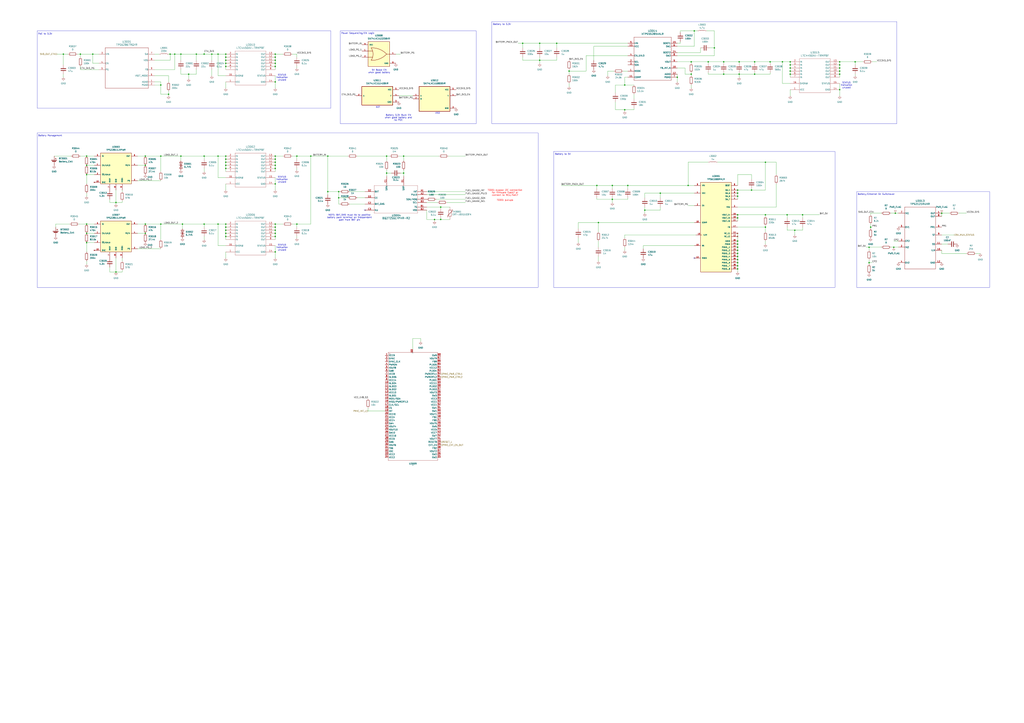
<source format=kicad_sch>
(kicad_sch (version 20250114) (generator "eeschema") (generator_version "9.0")
  (paper "A1")
  (rectangle (start 454.66 124.46) (end 685.8 236.22))
  (rectangle (start 403.86 17.78) (end 736.6 101.6))
  (rectangle (start 30.48 109.22) (end 441.96 236.22))
  (rectangle (start 30.48 25.4) (end 271.78 88.9))
  (rectangle (start 279.4 25.4) (end 391.16 101.6))
  (rectangle (start 703.58 157.48) (end 812.8 236.22))
  (text "STATUS\nindication\nunused" (at 231.648 147.574 0) (effects (font (size 1.27 1.27))))
  (text "Battery to 5V" (at 462.28 126.746 0) (effects (font (size 1.27 1.27))))
  (text "Battery to 3.3V" (at 412.242 20.066 0) (effects (font (size 1.27 1.27))))
  (text "AND" (at 359.41 92.964 0) (effects (font (size 1.27 1.27))))
  (text "PoE to 3.3V" (at 37.084 27.94 0) (effects (font (size 1.27 1.27))))
  (text "STATUS\nindication\nunused" (at 231.648 203.454 0) (effects (font (size 1.27 1.27))))
  (text "5V Boost EN\nwhen good battery" (at 311.404 58.674 0) (effects (font (size 1.27 1.27))))
  (text "Battery Management" (at 41.148 111.506 0) (effects (font (size 1.27 1.27))))
  (text "TODO: expose I2C connection\nfor firmware flash? or\nconnect to MCU/SoC?\n\nTODO: pullups" (at 414.782 160.528 0) (effects (font (size 1.27 1.27))))
  (text "STATUS\nindication\nunused" (at 231.648 63.754 0) (effects (font (size 1.27 1.27))))
  (text "STATUS\nindication\nunused" (at 695.198 70.104 0) (effects (font (size 1.27 1.27))))
  (text "Battery/Ethernet 5V Switchover" (at 719.582 159.766 0) (effects (font (size 1.27 1.27))))
  (text "Power Sequencing/EN Logic" (at 293.878 27.432 0) (effects (font (size 1.27 1.27))))
  (text "NOT" (at 310.388 88.138 0) (effects (font (size 1.27 1.27))))
  (text "NOTE: BAT_SNS must tie to positive\nbattery pack terminal on independent\npath from BAT pin" (at 287.02 178.816 0) (effects (font (size 1.27 1.27))))
  (text "Battery 3.3V Buck EN\nwhen good battery and\nno POE" (at 327.152 96.774 0) (effects (font (size 1.27 1.27))))
  (junction (at 502.92 152.4))
  (junction (at 605.79 161.29))
  (junction (at 95.25 166.37))
  (junction (at 185.42 46.99))
  (junction (at 154.94 60.96))
  (junction (at 226.06 135.89))
  (junction (at 317.5 142.24))
  (junction (at 149.86 184.15))
  (junction (at 226.06 194.31))
  (junction (at 148.59 128.27))
  (junction (at 702.31 50.8))
  (junction (at 628.65 133.35))
  (junction (at 605.79 176.53))
  (junction (at 619.76 60.96))
  (junction (at 226.06 54.61))
  (junction (at 689.61 73.66))
  (junction (at 226.06 186.69))
  (junction (at 605.79 179.07))
  (junction (at 139.7 44.45))
  (junction (at 185.42 194.31))
  (junction (at 605.79 220.98))
  (junction (at 317.5 128.27))
  (junction (at 179.07 184.15))
  (junction (at 71.12 143.51))
  (junction (at 173.99 44.45))
  (junction (at 226.06 207.01))
  (junction (at 71.12 184.15))
  (junction (at 689.61 60.96))
  (junction (at 429.26 35.56))
  (junction (at 161.29 44.45))
  (junction (at 502.92 163.83))
  (junction (at 185.42 54.61))
  (junction (at 226.06 138.43))
  (junction (at 715.01 186.69))
  (junction (at 167.64 184.15))
  (junction (at 185.42 135.89))
  (junction (at 71.12 191.77))
  (junction (at 648.97 60.96))
  (junction (at 71.12 199.39))
  (junction (at 167.64 128.27))
  (junction (at 278.13 157.48))
  (junction (at 734.06 203.2))
  (junction (at 185.42 191.77))
  (junction (at 138.43 77.47))
  (junction (at 95.25 223.52))
  (junction (at 773.43 175.26))
  (junction (at 628.65 176.53))
  (junction (at 226.06 49.53))
  (junction (at 515.62 152.4))
  (junction (at 605.79 200.66))
  (junction (at 565.15 152.4))
  (junction (at 132.08 184.15))
  (junction (at 607.06 60.96))
  (junction (at 652.78 189.23))
  (junction (at 513.08 69.85))
  (junction (at 148.59 44.45))
  (junction (at 185.42 189.23))
  (junction (at 570.23 25.4))
  (junction (at 71.12 128.27))
  (junction (at 567.69 50.8))
  (junction (at 617.22 156.21))
  (junction (at 71.12 135.89))
  (junction (at 226.06 133.35))
  (junction (at 356.87 180.34))
  (junction (at 132.08 128.27))
  (junction (at 185.42 130.81))
  (junction (at 556.26 63.5))
  (junction (at 119.38 184.15))
  (junction (at 185.42 133.35))
  (junction (at 226.06 151.13))
  (junction (at 467.36 58.42))
  (junction (at 119.38 128.27))
  (junction (at 628.65 186.69))
  (junction (at 632.46 50.8))
  (junction (at 605.79 198.12))
  (junction (at 243.84 128.27))
  (junction (at 605.79 158.75))
  (junction (at 185.42 184.15))
  (junction (at 605.79 213.36))
  (junction (at 226.06 52.07))
  (junction (at 226.06 46.99))
  (junction (at 331.47 128.27))
  (junction (at 76.2 44.45))
  (junction (at 605.79 208.28))
  (junction (at 226.06 67.31))
  (junction (at 594.36 60.96))
  (junction (at 648.97 55.88))
  (junction (at 52.07 44.45))
  (junction (at 607.06 50.8))
  (junction (at 185.42 186.69))
  (junction (at 226.06 44.45))
  (junction (at 119.38 135.89))
  (junction (at 269.24 128.27))
  (junction (at 179.07 128.27))
  (junction (at 226.06 130.81))
  (junction (at 278.13 162.56))
  (junction (at 605.79 215.9))
  (junction (at 132.08 69.85))
  (junction (at 66.04 44.45))
  (junction (at 443.23 49.53))
  (junction (at 605.79 203.2))
  (junction (at 659.13 176.53))
  (junction (at 255.27 128.27))
  (junction (at 226.06 191.77))
  (junction (at 119.38 191.77))
  (junction (at 689.61 55.88))
  (junction (at 226.06 189.23))
  (junction (at 567.69 60.96))
  (junction (at 646.43 176.53))
  (junction (at 185.42 128.27))
  (junction (at 689.61 58.42))
  (junction (at 735.33 175.26))
  (junction (at 648.97 58.42))
  (junction (at 185.42 44.45))
  (junction (at 648.97 53.34))
  (junction (at 542.29 158.75))
  (junction (at 619.76 50.8))
  (junction (at 605.79 218.44))
  (junction (at 689.61 53.34))
  (junction (at 713.74 215.9))
  (junction (at 491.49 182.88))
  (junction (at 529.59 172.72))
  (junction (at 713.74 203.2))
  (junction (at 586.74 39.37))
  (junction (at 443.23 35.56))
  (junction (at 331.47 142.24))
  (junction (at 361.95 170.18))
  (junction (at 185.42 138.43))
  (junction (at 513.08 90.17))
  (junction (at 605.79 205.74))
  (junction (at 642.62 50.8))
  (junction (at 689.61 50.8))
  (junction (at 457.2 35.56))
  (junction (at 361.95 180.34))
  (junction (at 226.06 184.15))
  (junction (at 490.22 152.4))
  (junction (at 648.97 50.8))
  (junction (at 605.79 210.82))
  (junction (at 179.07 44.45))
  (junction (at 185.42 52.07))
  (junction (at 605.79 156.21))
  (junction (at 594.36 50.8))
  (junction (at 226.06 128.27))
  (junction (at 143.51 44.45))
  (junction (at 581.66 50.8))
  (junction (at 167.64 44.45))
  (junction (at 269.24 157.48))
  (junction (at 185.42 49.53))
  (junction (at 243.84 184.15))
  (no_connect (at 299.72 172.72))
  (no_connect (at 570.23 212.09))
  (wire (pts (xy 167.64 128.27) (xy 179.07 128.27)))
  (wire (pts (xy 95.25 166.37) (xy 95.25 167.64)))
  (wire (pts (xy 173.99 62.23) (xy 173.99 57.15)))
  (wire (pts (xy 567.69 59.69) (xy 567.69 60.96)))
  (wire (pts (xy 443.23 49.53) (xy 457.2 49.53)))
  (wire (pts (xy 148.59 44.45) (xy 161.29 44.45)))
  (wire (pts (xy 529.59 172.72) (xy 542.29 172.72)))
  (wire (pts (xy 113.03 204.47) (xy 132.08 204.47)))
  (wire (pts (xy 71.12 143.51) (xy 71.12 151.13)))
  (wire (pts (xy 605.79 176.53) (xy 605.79 179.07)))
  (wire (pts (xy 502.92 163.83) (xy 502.92 166.37)))
  (wire (pts (xy 71.12 128.27) (xy 77.47 128.27)))
  (wire (pts (xy 652.78 193.04) (xy 652.78 189.23)))
  (wire (pts (xy 95.25 212.09) (xy 95.25 223.52)))
  (wire (pts (xy 734.06 198.12) (xy 737.87 198.12)))
  (wire (pts (xy 565.15 133.35) (xy 565.15 152.4)))
  (wire (pts (xy 161.29 57.15) (xy 161.29 60.96)))
  (wire (pts (xy 167.64 138.43) (xy 167.64 140.97)))
  (wire (pts (xy 138.43 74.93) (xy 138.43 77.47)))
  (wire (pts (xy 467.36 57.15) (xy 467.36 58.42)))
  (wire (pts (xy 119.38 128.27) (xy 132.08 128.27)))
  (wire (pts (xy 513.08 63.5) (xy 513.08 69.85)))
  (wire (pts (xy 185.42 133.35) (xy 185.42 130.81)))
  (wire (pts (xy 605.79 156.21) (xy 605.79 158.75)))
  (wire (pts (xy 619.76 60.96) (xy 632.46 60.96)))
  (wire (pts (xy 505.46 69.85) (xy 513.08 69.85)))
  (wire (pts (xy 113.03 191.77) (xy 119.38 191.77)))
  (wire (pts (xy 243.84 128.27) (xy 243.84 130.81)))
  (wire (pts (xy 356.87 181.61) (xy 356.87 180.34)))
  (wire (pts (xy 132.08 128.27) (xy 132.08 140.97)))
  (wire (pts (xy 731.52 175.26) (xy 735.33 175.26)))
  (wire (pts (xy 345.44 278.13) (xy 345.44 280.67)))
  (wire (pts (xy 558.8 35.56) (xy 558.8 34.29)))
  (wire (pts (xy 90.17 166.37) (xy 90.17 163.83)))
  (wire (pts (xy 443.23 49.53) (xy 443.23 52.07)))
  (wire (pts (xy 467.36 58.42) (xy 467.36 60.96)))
  (wire (pts (xy 474.98 182.88) (xy 474.98 187.96)))
  (wire (pts (xy 279.4 167.64) (xy 278.13 167.64)))
  (wire (pts (xy 689.61 50.8) (xy 702.31 50.8)))
  (wire (pts (xy 148.59 60.96) (xy 154.94 60.96)))
  (wire (pts (xy 734.06 203.2) (xy 737.87 203.2)))
  (wire (pts (xy 605.79 191.77) (xy 605.79 198.12)))
  (wire (pts (xy 689.61 73.66) (xy 689.61 78.74)))
  (wire (pts (xy 491.49 182.88) (xy 491.49 190.5)))
  (wire (pts (xy 556.26 55.88) (xy 562.61 55.88)))
  (wire (pts (xy 81.28 52.07) (xy 76.2 52.07)))
  (wire (pts (xy 570.23 182.88) (xy 491.49 182.88)))
  (wire (pts (xy 443.23 35.56) (xy 443.23 39.37)))
  (wire (pts (xy 628.65 177.8) (xy 628.65 176.53)))
  (wire (pts (xy 331.47 128.27) (xy 360.68 128.27)))
  (wire (pts (xy 100.33 222.25) (xy 100.33 223.52)))
  (wire (pts (xy 648.97 68.58) (xy 642.62 68.58)))
  (wire (pts (xy 113.03 148.59) (xy 132.08 148.59)))
  (wire (pts (xy 226.06 184.15) (xy 232.41 184.15)))
  (wire (pts (xy 582.93 39.37) (xy 586.74 39.37)))
  (wire (pts (xy 52.07 44.45) (xy 55.88 44.45)))
  (wire (pts (xy 648.97 73.66) (xy 648.97 78.74)))
  (wire (pts (xy 481.33 58.42) (xy 467.36 58.42)))
  (wire (pts (xy 735.33 175.26) (xy 737.87 175.26)))
  (wire (pts (xy 52.07 60.96) (xy 52.07 63.5)))
  (wire (pts (xy 605.79 208.28) (xy 605.79 210.82)))
  (wire (pts (xy 185.42 140.97) (xy 185.42 138.43)))
  (wire (pts (xy 787.4 175.26) (xy 793.75 175.26)))
  (wire (pts (xy 515.62 58.42) (xy 511.81 58.42)))
  (wire (pts (xy 567.69 50.8) (xy 567.69 52.07)))
  (wire (pts (xy 443.23 46.99) (xy 443.23 49.53)))
  (wire (pts (xy 502.92 163.83) (xy 515.62 163.83)))
  (wire (pts (xy 617.22 143.51) (xy 617.22 147.32)))
  (wire (pts (xy 167.64 44.45) (xy 173.99 44.45)))
  (wire (pts (xy 317.5 142.24) (xy 317.5 144.78)))
  (wire (pts (xy 226.06 146.05) (xy 226.06 151.13)))
  (wire (pts (xy 76.2 44.45) (xy 81.28 44.45)))
  (wire (pts (xy 226.06 44.45) (xy 232.41 44.45)))
  (wire (pts (xy 185.42 62.23) (xy 179.07 62.23)))
  (wire (pts (xy 127 44.45) (xy 130.81 44.45)))
  (wire (pts (xy 185.42 54.61) (xy 185.42 52.07)))
  (wire (pts (xy 361.95 170.18) (xy 350.52 170.18)))
  (wire (pts (xy 339.09 278.13) (xy 345.44 278.13)))
  (wire (pts (xy 132.08 184.15) (xy 132.08 196.85)))
  (wire (pts (xy 502.92 152.4) (xy 515.62 152.4)))
  (wire (pts (xy 461.01 152.4) (xy 490.22 152.4)))
  (wire (pts (xy 71.12 135.89) (xy 77.47 135.89)))
  (wire (pts (xy 127 57.15) (xy 143.51 57.15)))
  (wire (pts (xy 138.43 77.47) (xy 132.08 77.47)))
  (wire (pts (xy 481.33 58.42) (xy 481.33 45.72)))
  (wire (pts (xy 113.03 128.27) (xy 119.38 128.27)))
  (wire (pts (xy 226.06 207.01) (xy 226.06 212.09)))
  (wire (pts (xy 605.79 205.74) (xy 605.79 208.28)))
  (wire (pts (xy 715.01 186.69) (xy 716.28 186.69)))
  (wire (pts (xy 520.7 77.47) (xy 520.7 81.28)))
  (wire (pts (xy 132.08 77.47) (xy 132.08 69.85)))
  (wire (pts (xy 513.08 203.2) (xy 513.08 205.74)))
  (wire (pts (xy 556.26 63.5) (xy 556.26 67.31)))
  (wire (pts (xy 713.74 213.36) (xy 713.74 215.9)))
  (wire (pts (xy 773.43 208.28) (xy 773.43 205.74)))
  (wire (pts (xy 287.02 157.48) (xy 299.72 157.48)))
  (wire (pts (xy 628.65 133.35) (xy 628.65 156.21)))
  (wire (pts (xy 66.04 54.61) (xy 66.04 57.15)))
  (wire (pts (xy 185.42 46.99) (xy 185.42 44.45)))
  (wire (pts (xy 226.06 52.07) (xy 226.06 49.53)))
  (wire (pts (xy 715.01 175.26) (xy 723.9 175.26)))
  (wire (pts (xy 567.69 60.96) (xy 567.69 62.23)))
  (wire (pts (xy 520.7 90.17) (xy 513.08 90.17)))
  (wire (pts (xy 369.57 180.34) (xy 361.95 180.34)))
  (wire (pts (xy 605.79 143.51) (xy 617.22 143.51)))
  (wire (pts (xy 513.08 90.17) (xy 505.46 90.17)))
  (wire (pts (xy 269.24 157.48) (xy 269.24 160.02)))
  (wire (pts (xy 243.84 54.61) (xy 243.84 55.88)))
  (wire (pts (xy 648.97 60.96) (xy 648.97 58.42)))
  (wire (pts (xy 302.26 337.82) (xy 302.26 335.28)))
  (wire (pts (xy 185.42 201.93) (xy 179.07 201.93)))
  (wire (pts (xy 132.08 184.15) (xy 149.86 184.15)))
  (wire (pts (xy 226.06 196.85) (xy 226.06 194.31)))
  (wire (pts (xy 369.57 170.18) (xy 361.95 170.18)))
  (wire (pts (xy 317.5 139.7) (xy 317.5 142.24)))
  (wire (pts (xy 513.08 193.04) (xy 513.08 195.58)))
  (wire (pts (xy 646.43 176.53) (xy 628.65 176.53)))
  (wire (pts (xy 491.49 198.12) (xy 491.49 203.2)))
  (wire (pts (xy 95.25 223.52) (xy 90.17 223.52)))
  (wire (pts (xy 179.07 128.27) (xy 185.42 128.27)))
  (wire (pts (xy 113.03 135.89) (xy 119.38 135.89)))
  (wire (pts (xy 715.01 184.15) (xy 715.01 186.69)))
  (wire (pts (xy 570.23 168.91) (xy 565.15 168.91)))
  (wire (pts (xy 100.33 165.1) (xy 100.33 166.37)))
  (wire (pts (xy 167.64 43.18) (xy 167.64 44.45)))
  (wire (pts (xy 581.66 133.35) (xy 565.15 133.35)))
  (wire (pts (xy 361.95 171.45) (xy 361.95 170.18)))
  (wire (pts (xy 95.25 166.37) (xy 90.17 166.37)))
  (wire (pts (xy 605.79 161.29) (xy 605.79 163.83)))
  (wire (pts (xy 148.59 128.27) (xy 167.64 128.27)))
  (wire (pts (xy 44.45 128.27) (xy 58.42 128.27)))
  (wire (pts (xy 556.26 60.96) (xy 556.26 63.5)))
  (wire (pts (xy 581.66 50.8) (xy 581.66 52.07)))
  (wire (pts (xy 127 69.85) (xy 132.08 69.85)))
  (wire (pts (xy 149.86 184.15) (xy 167.64 184.15)))
  (wire (pts (xy 317.5 128.27) (xy 317.5 132.08)))
  (wire (pts (xy 457.2 35.56) (xy 515.62 35.56)))
  (wire (pts (xy 605.79 156.21) (xy 617.22 156.21)))
  (wire (pts (xy 64.77 184.15) (xy 71.12 184.15)))
  (wire (pts (xy 556.26 43.18) (xy 575.31 43.18)))
  (wire (pts (xy 243.84 194.31) (xy 243.84 195.58)))
  (wire (pts (xy 628.65 133.35) (xy 637.54 133.35)))
  (wire (pts (xy 571.5 193.04) (xy 513.08 193.04)))
  (wire (pts (xy 702.31 50.8) (xy 702.31 53.34)))
  (wire (pts (xy 278.13 157.48) (xy 279.4 157.48)))
  (wire (pts (xy 556.26 38.1) (xy 570.23 38.1)))
  (wire (pts (xy 605.79 210.82) (xy 605.79 213.36)))
  (wire (pts (xy 154.94 60.96) (xy 161.29 60.96)))
  (wire (pts (xy 628.65 186.69) (xy 628.65 190.5)))
  (wire (pts (xy 139.7 44.45) (xy 143.51 44.45)))
  (wire (pts (xy 382.27 163.83) (xy 358.14 163.83)))
  (wire (pts (xy 443.23 35.56) (xy 457.2 35.56)))
  (wire (pts (xy 71.12 199.39) (xy 71.12 207.01)))
  (wire (pts (xy 467.36 68.58) (xy 467.36 71.12)))
  (wire (pts (xy 689.61 60.96) (xy 689.61 58.42)))
  (wire (pts (xy 605.79 179.07) (xy 605.79 181.61)))
  (wire (pts (xy 425.45 35.56) (xy 429.26 35.56)))
  (wire (pts (xy 542.29 162.56) (xy 542.29 158.75)))
  (wire (pts (xy 185.42 196.85) (xy 185.42 194.31)))
  (wire (pts (xy 63.5 44.45) (xy 66.04 44.45)))
  (wire (pts (xy 570.23 201.93) (xy 528.32 201.93)))
  (wire (pts (xy 605.79 200.66) (xy 605.79 203.2)))
  (wire (pts (xy 581.66 50.8) (xy 567.69 50.8)))
  (wire (pts (xy 167.64 184.15) (xy 179.07 184.15)))
  (wire (pts (xy 429.26 35.56) (xy 443.23 35.56)))
  (wire (pts (xy 632.46 60.96) (xy 632.46 59.69)))
  (wire (pts (xy 529.59 172.72) (xy 529.59 175.26)))
  (wire (pts (xy 361.95 180.34) (xy 356.87 180.34)))
  (wire (pts (xy 71.12 184.15) (xy 77.47 184.15)))
  (wire (pts (xy 499.11 58.42) (xy 499.11 62.23)))
  (wire (pts (xy 659.13 176.53) (xy 646.43 176.53)))
  (wire (pts (xy 331.47 142.24) (xy 331.47 139.7)))
  (wire (pts (xy 556.26 45.72) (xy 586.74 45.72)))
  (wire (pts (xy 138.43 62.23) (xy 138.43 67.31)))
  (wire (pts (xy 339.09 287.02) (xy 339.09 278.13)))
  (wire (pts (xy 652.78 189.23) (xy 659.13 189.23)))
  (wire (pts (xy 607.06 60.96) (xy 607.06 59.69)))
  (wire (pts (xy 515.62 38.1) (xy 487.68 38.1)))
  (wire (pts (xy 529.59 170.18) (xy 529.59 172.72)))
  (wire (pts (xy 285.75 162.56) (xy 278.13 162.56)))
  (wire (pts (xy 66.04 44.45) (xy 66.04 46.99)))
  (wire (pts (xy 713.74 215.9) (xy 713.74 217.17)))
  (wire (pts (xy 132.08 67.31) (xy 132.08 69.85)))
  (wire (pts (xy 185.42 191.77) (xy 185.42 189.23)))
  (wire (pts (xy 628.65 156.21) (xy 617.22 156.21)))
  (wire (pts (xy 617.22 154.94) (xy 617.22 156.21)))
  (wire (pts (xy 173.99 44.45) (xy 179.07 44.45)))
  (wire (pts (xy 161.29 44.45) (xy 161.29 49.53)))
  (wire (pts (xy 127 62.23) (xy 138.43 62.23)))
  (wire (pts (xy 76.2 44.45) (xy 76.2 52.07)))
  (wire (pts (xy 143.51 57.15) (xy 143.51 44.45)))
  (wire (pts (xy 243.84 184.15) (xy 243.84 186.69)))
  (wire (pts (xy 490.22 152.4) (xy 490.22 154.94)))
  (wire (pts (xy 71.12 143.51) (xy 77.47 143.51)))
  (wire (pts (xy 594.36 60.96) (xy 594.36 59.69)))
  (wire (pts (xy 255.27 184.15) (xy 255.27 128.27)))
  (wire (pts (xy 368.3 128.27) (xy 382.27 128.27)))
  (wire (pts (xy 429.26 46.99) (xy 429.26 49.53)))
  (wire (pts (xy 100.33 166.37) (xy 95.25 166.37)))
  (wire (pts (xy 66.04 44.45) (xy 76.2 44.45)))
  (wire (pts (xy 474.98 195.58) (xy 474.98 199.39)))
  (wire (pts (xy 240.03 44.45) (xy 243.84 44.45)))
  (wire (pts (xy 689.61 58.42) (xy 689.61 55.88)))
  (wire (pts (xy 648.97 63.5) (xy 648.97 60.96)))
  (wire (pts (xy 179.07 201.93) (xy 179.07 184.15)))
  (wire (pts (xy 542.29 172.72) (xy 542.29 170.18)))
  (wire (pts (xy 457.2 49.53) (xy 457.2 46.99)))
  (wire (pts (xy 350.52 180.34) (xy 356.87 180.34)))
  (wire (pts (xy 185.42 138.43) (xy 185.42 135.89)))
  (wire (pts (xy 562.61 60.96) (xy 567.69 60.96)))
  (wire (pts (xy 801.37 208.28) (xy 805.18 208.28)))
  (wire (pts (xy 605.79 203.2) (xy 605.79 205.74)))
  (wire (pts (xy 167.64 128.27) (xy 167.64 130.81)))
  (wire (pts (xy 316.23 337.82) (xy 302.26 337.82)))
  (wire (pts (xy 504.19 58.42) (xy 499.11 58.42)))
  (wire (pts (xy 331.47 132.08) (xy 331.47 128.27)))
  (wire (pts (xy 185.42 52.07) (xy 185.42 49.53)))
  (wire (pts (xy 783.59 193.04) (xy 773.43 193.04)))
  (wire (pts (xy 149.86 184.15) (xy 149.86 187.96)))
  (wire (pts (xy 185.42 207.01) (xy 185.42 212.09)))
  (wire (pts (xy 607.06 50.8) (xy 594.36 50.8)))
  (wire (pts (xy 226.06 54.61) (xy 226.06 52.07)))
  (wire (pts (xy 139.7 49.53) (xy 139.7 44.45)))
  (wire (pts (xy 185.42 49.53) (xy 185.42 46.99)))
  (wire (pts (xy 382.27 157.48) (xy 350.52 157.48)))
  (wire (pts (xy 243.84 128.27) (xy 255.27 128.27)))
  (wire (pts (xy 490.22 163.83) (xy 502.92 163.83)))
  (wire (pts (xy 240.03 128.27) (xy 243.84 128.27)))
  (wire (pts (xy 138.43 44.45) (xy 139.7 44.45)))
  (wire (pts (xy 689.61 53.34) (xy 689.61 50.8)))
  (wire (pts (xy 562.61 55.88) (xy 562.61 60.96)))
  (wire (pts (xy 226.06 135.89) (xy 226.06 133.35)))
  (wire (pts (xy 637.54 143.51) (xy 637.54 133.35)))
  (wire (pts (xy 567.69 69.85) (xy 567.69 72.39)))
  (wire (pts (xy 570.23 38.1) (xy 570.23 25.4)))
  (wire (pts (xy 278.13 162.56) (xy 278.13 157.48)))
  (wire (pts (xy 619.76 60.96) (xy 619.76 59.69)))
  (wire (pts (xy 556.26 35.56) (xy 558.8 35.56)))
  (wire (pts (xy 243.84 184.15) (xy 255.27 184.15)))
  (wire (pts (xy 226.06 151.13) (xy 226.06 156.21)))
  (wire (pts (xy 226.06 46.99) (xy 226.06 44.45)))
  (wire (pts (xy 773.43 200.66) (xy 778.51 200.66)))
  (wire (pts (xy 71.12 158.75) (xy 71.12 161.29)))
  (wire (pts (xy 179.07 44.45) (xy 185.42 44.45)))
  (wire (pts (xy 594.36 50.8) (xy 594.36 52.07)))
  (wire (pts (xy 556.26 50.8) (xy 567.69 50.8)))
  (wire (pts (xy 457.2 35.56) (xy 457.2 39.37)))
  (wire (pts (xy 226.06 67.31) (xy 226.06 72.39)))
  (wire (pts (xy 226.06 133.35) (xy 226.06 130.81)))
  (wire (pts (xy 293.37 128.27) (xy 317.5 128.27)))
  (wire (pts (xy 113.03 184.15) (xy 119.38 184.15)))
  (wire (pts (xy 773.43 175.26) (xy 779.78 175.26)))
  (wire (pts (xy 689.61 55.88) (xy 689.61 53.34)))
  (wire (pts (xy 702.31 60.96) (xy 702.31 62.23)))
  (wire (pts (xy 185.42 194.31) (xy 185.42 191.77)))
  (wire (pts (xy 226.06 62.23) (xy 226.06 67.31)))
  (wire (pts (xy 321.31 142.24) (xy 317.5 142.24)))
  (wire (pts (xy 773.43 208.28) (xy 793.75 208.28)))
  (wire (pts (xy 185.42 130.81) (xy 185.42 128.27)))
  (wire (pts (xy 317.5 128.27) (xy 320.04 128.27)))
  (wire (pts (xy 161.29 44.45) (xy 167.64 44.45)))
  (wire (pts (xy 71.12 214.63) (xy 71.12 217.17)))
  (wire (pts (xy 154.94 60.96) (xy 154.94 64.77)))
  (wire (pts (xy 45.72 184.15) (xy 45.72 186.69)))
  (wire (pts (xy 269.24 157.48) (xy 278.13 157.48)))
  (wire (pts (xy 226.06 189.23) (xy 226.06 186.69)))
  (wire (pts (xy 167.64 194.31) (xy 167.64 196.85)))
  (wire (pts (xy 185.42 151.13) (xy 185.42 156.21)))
  (wire (pts (xy 646.43 189.23) (xy 646.43 186.69)))
  (wire (pts (xy 100.33 223.52) (xy 95.25 223.52)))
  (wire (pts (xy 558.8 26.67) (xy 558.8 25.4)))
  (wire (pts (xy 359.41 166.37) (xy 350.52 166.37)))
  (wire (pts (xy 605.79 170.18) (xy 637.54 170.18)))
  (wire (pts (xy 646.43 189.23) (xy 652.78 189.23)))
  (wire (pts (xy 605.79 213.36) (xy 605.79 215.9)))
  (wire (pts (xy 565.15 152.4) (xy 570.23 152.4)))
  (wire (pts (xy 605.79 158.75) (xy 605.79 161.29)))
  (wire (pts (xy 119.38 184.15) (xy 132.08 184.15)))
  (wire (pts (xy 148.59 57.15) (xy 148.59 60.96)))
  (wire (pts (xy 331.47 128.27) (xy 327.66 128.27)))
  (wire (pts (xy 515.62 152.4) (xy 515.62 154.94)))
  (wire (pts (xy 632.46 50.8) (xy 642.62 50.8)))
  (wire (pts (xy 490.22 152.4) (xy 502.92 152.4)))
  (wire (pts (xy 542.29 158.75) (xy 570.23 158.75)))
  (wire (pts (xy 702.31 50.8) (xy 708.66 50.8)))
  (wire (pts (xy 127 67.31) (xy 132.08 67.31)))
  (wire (pts (xy 46.99 44.45) (xy 52.07 44.45)))
  (wire (pts (xy 594.36 50.8) (xy 581.66 50.8)))
  (wire (pts (xy 487.68 38.1) (xy 487.68 49.53)))
  (wire (pts (xy 581.66 60.96) (xy 594.36 60.96)))
  (wire (pts (xy 66.04 128.27) (xy 71.12 128.27)))
  (wire (pts (xy 605.79 215.9) (xy 605.79 218.44)))
  (wire (pts (xy 167.64 184.15) (xy 167.64 186.69)))
  (wire (pts (xy 328.93 44.45) (xy 325.12 44.45)))
  (wire (pts (xy 632.46 52.07) (xy 632.46 50.8)))
  (wire (pts (xy 226.06 186.69) (xy 226.06 184.15)))
  (wire (pts (xy 716.28 50.8) (xy 720.09 50.8)))
  (wire (pts (xy 95.25 156.21) (xy 95.25 166.37)))
  (wire (pts (xy 100.33 212.09) (xy 100.33 214.63)))
  (wire (pts (xy 243.84 138.43) (xy 243.84 139.7)))
  (wire (pts (xy 491.49 210.82) (xy 491.49 214.63)))
  (wire (pts (xy 490.22 163.83) (xy 490.22 162.56)))
  (wire (pts (xy 243.84 44.45) (xy 243.84 46.99)))
  (wire (pts (xy 529.59 158.75) (xy 529.59 162.56)))
  (wire (pts (xy 659.13 189.23) (xy 659.13 186.69)))
  (wire (pts (xy 185.42 67.31) (xy 185.42 72.39)))
  (wire (pts (xy 226.06 201.93) (xy 226.06 207.01)))
  (wire (pts (xy 179.07 146.05) (xy 179.07 128.27)))
  (wire (pts (xy 715.01 175.26) (xy 715.01 176.53)))
  (wire (pts (xy 542.29 158.75) (xy 529.59 158.75)))
  (wire (pts (xy 528.32 201.93) (xy 528.32 204.47)))
  (wire (pts (xy 607.06 60.96) (xy 619.76 60.96)))
  (wire (pts (xy 689.61 68.58) (xy 689.61 73.66)))
  (wire (pts (xy 269.24 128.27) (xy 269.24 157.48)))
  (wire (pts (xy 185.42 146.05) (xy 179.07 146.05)))
  (wire (pts (xy 361.95 179.07) (xy 361.95 180.34)))
  (wire (pts (xy 331.47 142.24) (xy 328.93 142.24)))
  (wire (pts (xy 586.74 39.37) (xy 586.74 25.4)))
  (wire (pts (xy 226.06 128.27) (xy 232.41 128.27)))
  (wire (pts (xy 179.07 62.23) (xy 179.07 44.45)))
  (wire (pts (xy 637.54 170.18) (xy 637.54 151.13)))
  (wire (pts (xy 581.66 60.96) (xy 581.66 59.69)))
  (wire (pts (xy 226.06 191.77) (xy 226.06 189.23)))
  (wire (pts (xy 382.27 160.02) (xy 350.52 160.02)))
  (wire (pts (xy 481.33 45.72) (xy 515.62 45.72)))
  (wire (pts (xy 520.7 88.9) (xy 520.7 90.17)))
  (wire (pts (xy 240.03 184.15) (xy 243.84 184.15)))
  (wire (pts (xy 619.76 50.8) (xy 619.76 52.07)))
  (wire (pts (xy 713.74 215.9) (xy 716.28 215.9)))
  (wire (pts (xy 689.61 63.5) (xy 689.61 60.96)))
  (wire (pts (xy 132.08 128.27) (xy 148.59 128.27)))
  (wire (pts (xy 100.33 156.21) (xy 100.33 157.48)))
  (wire (pts (xy 148.59 128.27) (xy 148.59 132.08)))
  (wire (pts (xy 148.59 44.45) (xy 148.59 49.53)))
  (wire (pts (xy 646.43 176.53) (xy 646.43 179.07)))
  (wire (pts (xy 278.13 167.64) (xy 278.13 162.56)))
  (wire (pts (xy 659.13 179.07) (xy 659.13 176.53)))
  (wire (pts (xy 607.06 63.5) (xy 607.06 60.96)))
  (wire (pts (xy 515.62 63.5) (xy 513.08 63.5)))
  (wire (pts (xy 71.12 199.39) (xy 77.47 199.39)))
  (wire (pts (xy 628.65 186.69) (xy 628.65 185.42)))
  (wire (pts (xy 513.08 69.85) (xy 520.7 69.85)))
  (wire (pts (xy 350.52 172.72) (xy 350.52 180.34)))
  (wire (pts (xy 299.72 162.56) (xy 293.37 162.56)))
  (wire (pts (xy 367.03 166.37) (xy 382.27 166.37)))
  (wire (pts (xy 45.72 184.15) (xy 57.15 184.15)))
  (wire (pts (xy 90.17 223.52) (xy 90.17 219.71)))
  (wire (pts (xy 648.97 53.34) (xy 648.97 50.8)))
  (wire (pts (xy 619.76 50.8) (xy 607.06 50.8)))
  (wire (pts (xy 648.97 55.88) (xy 648.97 53.34)))
  (wire (pts (xy 66.04 57.15) (xy 81.28 57.15)))
  (wire (pts (xy 127 49.53) (xy 139.7 49.53)))
  (wire (pts (xy 179.07 184.15) (xy 185.42 184.15)))
  (wire (pts (xy 226.06 140.97) (xy 226.06 138.43)))
  (wire (pts (xy 642.62 68.58) (xy 642.62 50.8)))
  (wire (pts (xy 713.74 203.2) (xy 713.74 205.74)))
  (wire (pts (xy 605.79 186.69) (xy 628.65 186.69)))
  (wire (pts (xy 226.06 138.43) (xy 226.06 135.89)))
  (wire (pts (xy 185.42 135.89) (xy 185.42 133.35)))
  (wire (pts (xy 331.47 144.78) (xy 331.47 142.24)))
  (wire (pts (xy 713.74 203.2) (xy 723.9 203.2)))
  (wire (pts (xy 515.62 152.4) (xy 565.15 152.4)))
  (wire (pts (xy 605.79 220.98) (xy 605.79 223.52)))
  (wire (pts (xy 185.42 57.15) (xy 185.42 54.61)))
  (wire (pts (xy 648.97 58.42) (xy 648.97 55.88)))
  (wire (pts (xy 580.39 25.4) (xy 586.74 25.4)))
  (wire (pts (xy 605.79 152.4) (xy 605.79 143.51)))
  (wire (pts (xy 570.23 25.4) (xy 572.77 25.4)))
  (wire (pts (xy 589.28 133.35) (xy 628.65 133.35)))
  (wire (pts (xy 505.46 90.17) (xy 505.46 83.82)))
  (wire (pts (xy 185.42 186.69) (xy 185.42 184.15)))
  (wire (pts (xy 269.24 128.27) (xy 285.75 128.27)))
  (wire (pts (xy 226.06 57.15) (xy 226.06 54.61)))
  (wire (pts (xy 502.92 152.4) (xy 502.92 154.94)))
  (wire (pts (xy 327.66 78.74) (xy 339.09 78.74)))
  (wire (pts (xy 605.79 218.44) (xy 605.79 220.98)))
  (wire (pts (xy 52.07 44.45) (xy 52.07 53.34)))
  (wire (pts (xy 138.43 77.47) (xy 138.43 78.74)))
  (wire (pts (xy 515.62 163.83) (xy 515.62 162.56)))
  (wire (pts (xy 605.79 198.12) (xy 605.79 200.66)))
  (wire (pts (xy 71.12 191.77) (xy 77.47 191.77)))
  (wire (pts (xy 731.52 203.2) (xy 734.06 203.2)))
  (wire (pts (xy 659.13 176.53) (xy 673.1 176.53)))
  (wire (pts (xy 287.02 167.64) (xy 299.72 167.64)))
  (wire (pts (xy 143.51 44.45) (xy 148.59 44.45)))
  (wire (pts (xy 715.01 186.69) (xy 715.01 187.96)))
  (wire (pts (xy 429.26 35.56) (xy 429.26 39.37)))
  (wire (pts (xy 628.65 198.12) (xy 628.65 200.66)))
  (wire (pts (xy 226.06 130.81) (xy 226.06 128.27)))
  (wire (pts (xy 173.99 44.45) (xy 173.99 49.53)))
  (wire (pts (xy 226.06 49.53) (xy 226.06 46.99)))
  (wire (pts (xy 513.08 90.17) (xy 513.08 91.44)))
  (wire (pts (xy 185.42 189.23) (xy 185.42 186.69)))
  (wire (pts (xy 491.49 182.88) (xy 474.98 182.88)))
  (wire (pts (xy 632.46 50.8) (xy 619.76 50.8)))
  (wire (pts (xy 575.31 43.18) (xy 575.31 39.37)))
  (wire (pts (xy 429.26 49.53) (xy 443.23 49.53)))
  (wire (pts (xy 607.06 50.8) (xy 607.06 52.07)))
  (wire (pts (xy 594.36 60.96) (xy 607.06 60.96)))
  (wire (pts (xy 586.74 45.72) (xy 586.74 39.37)))
  (wire (pts (xy 505.46 76.2) (xy 505.46 69.85)))
  (wire (pts (xy 773.43 175.26) (xy 773.43 177.8)))
  (wire (pts (xy 502.92 162.56) (xy 502.92 163.83)))
  (wire (pts (xy 255.27 128.27) (xy 269.24 128.27)))
  (wire (pts (xy 226.06 194.31) (xy 226.06 191.77)))
  (wire (pts (xy 711.2 203.2) (xy 713.74 203.2)))
  (wire (pts (xy 642.62 50.8) (xy 648.97 50.8)))
  (wire (pts (xy 605.79 176.53) (xy 628.65 176.53)))
  (wire (pts (xy 558.8 25.4) (xy 570.23 25.4)))
  (label "VCC3V3_SYS" (at 374.65 73.66 0))
  (label "BATTERY_IN" (at 267.97 128.27 180))
  (label "BAT_3V3_EN" (at 467.36 49.53 0))
  (label "BAT_5V" (at 711.2 203.2 180))
  (label "VCC_1V8_S3" (at 302.26 327.66 180))
  (label "VCC3V3_SYS" (at 243.84 44.45 0))
  (label "5V0_OUT_ETH" (at 717.55 175.26 180))
  (label "LOAD_OUT_1" (at 134.62 128.27 0))
  (label "BATTERY_PACK_OUT" (at 382.27 128.27 0))
  (label "LOAD_PG_2" (at 114.3 204.47 0))
  (label "CP2" (at 716.28 215.9 0))
  (label "BATTERY_PACK_OUT" (at 425.45 35.56 180))
  (label "FUEL_GAUGE_SDA" (at 382.27 163.83 0))
  (label "ETH_3V3" (at 167.64 43.18 0))
  (label "VCC3V3_SYS" (at 720.09 50.8 0))
  (label "ETH_3V3_PG" (at 66.04 57.15 0))
  (label "BATTERY_PG" (at 565.15 168.91 180))
  (label "BATTERY_PG" (at 328.93 44.45 0))
  (label "CP2" (at 734.06 198.12 0))
  (label "BATTERY_PACK_OUT" (at 461.01 152.4 0))
  (label "LOAD_PG_2" (at 297.18 46.99 180))
  (label "PR1" (at 773.43 186.69 0))
  (label "PR1" (at 716.28 186.69 0))
  (label "BAT_3V3_EN" (at 374.65 78.74 0))
  (label "VCC5V_SYS" (at 793.75 175.26 0))
  (label "FUEL_GAUGE_SCL" (at 382.27 166.37 0))
  (label "ETH_3V3_PG" (at 292.1 78.74 180))
  (label "LOAD_OUT_2" (at 134.62 184.15 0))
  (label "BATTERY_PG" (at 339.09 81.28 180))
  (label "FUEL_GAUGE_PULS" (at 382.27 160.02 0))
  (label "LOAD_PG_1" (at 297.18 41.91 180))
  (label "FUEL_GAUGE_INT" (at 382.27 157.48 0))
  (label "VCC3V3_SYS" (at 327.66 73.66 0))
  (label "BATTERY_IN" (at 297.18 36.83 180))
  (label "LOAD_PG_1" (at 114.3 148.59 0))
  (label "BAT_5V" (at 673.1 176.53 0))
  (hierarchical_label "PMIC_PWR_CTRL1" (shape input) (at 361.95 307.34 0))
  (hierarchical_label "RESET_L" (shape input) (at 361.95 363.22 0))
  (hierarchical_label "PMIC_INT_L" (shape input) (at 302.26 337.82 180))
  (hierarchical_label "5V_MUX_STATUS" (shape input) (at 783.59 193.04 0))
  (hierarchical_label "PMIC_EXT_EN_OUT" (shape input) (at 361.95 365.76 0))
  (hierarchical_label "PMIC_PWR_CTRL2" (shape input) (at 361.95 309.88 0))
  (hierarchical_label "5V0_OUT_ETH" (shape input) (at 46.99 44.45 180))
  (symbol (lib_id "Device:C") (at 607.06 55.88 0) (unit 1)
    (property "Reference" "C3036" (at 610.87 54.6099 0) (effects (justify left)))
    (property "Value" "47u" (at 610.87 57.1499 0) (effects (justify left)))
    (property "Description" "Unpolarized capacitor" (effects (hide yes)))
  )
  (symbol (lib_id "Device:C") (at 490.22 158.75 0) (unit 1)
    (property "Reference" "C3007" (at 494.03 157.4799 0) (effects (justify left)))
    (property "Value" "10u" (at 494.03 160.0199 0) (effects (justify left)))
    (property "Description" "Unpolarized capacitor" (effects (hide yes)))
  )
  (symbol (lib_id "Device:C") (at 243.84 190.5 0) (unit 1)
    (property "Reference" "C3018" (at 247.65 189.2299 0) (effects (justify left)))
    (property "Value" "0.1u" (at 247.65 191.7699 0) (effects (justify left)))
    (property "Description" "Unpolarized capacitor" (effects (hide yes)))
  )
  (symbol (lib_id "power:GND") (at 786.13 200.66 0) (unit 1)
    (property "Reference" "#PWR?" (effects (hide yes)))
    (property "Value" "GND" (at 786.13 205.74 0))
    (property "Description" "Power symbol creates a global label with name \"GND\" , ground" (effects (hide yes)))
  )
  (symbol (lib_id "Device:R") (at 508 58.42 90) (unit 1)
    (property "Reference" "R3033" (at 508 61.214 90))
    (property "Value" "24.9k" (at 508 63.754 90))
    (property "Description" "Resistor" (effects (hide yes)))
  )
  (symbol (lib_id "Device:R") (at 289.56 162.56 270) (mirror x) (unit 1)
    (property "Reference" "R3027" (at 289.56 156.21 90))
    (property "Value" "1k" (at 289.56 158.75 90))
    (property "Description" "Resistor" (effects (hide yes)))
  )
  (symbol (lib_id "Device:R") (at 364.49 128.27 90) (unit 1)
    (property "Reference" "R3040" (at 364.49 121.92 90))
    (property "Value" "0" (at 364.49 124.46 90))
    (property "Description" "Resistor" (effects (hide yes)))
  )
  (symbol (lib_id "Device:R") (at 236.22 184.15 90) (unit 1)
    (property "Reference" "R3043" (at 236.22 177.8 90))
    (property "Value" "0" (at 236.22 180.34 90))
    (property "Description" "Resistor" (effects (hide yes)))
  )
  (symbol (lib_id "Device:C") (at 581.66 55.88 0) (unit 1)
    (property "Reference" "C3034" (at 585.47 54.6099 0) (effects (justify left)))
    (property "Value" "1u" (at 585.47 57.1499 0) (effects (justify left)))
    (property "Description" "Unpolarized capacitor" (effects (hide yes)))
  )
  (symbol (lib_id "Device:Thermistor") (at 369.57 175.26 0) (mirror y) (unit 1)
    (property "Reference" "TH3001" (at 378.968 173.99 0) (effects (justify left)))
    (property "Value" "ERT-J0EG103FA" (at 387.096 176.276 0) (effects (justify left)))
    (property "Datasheet" "https://www.lcsc.com/product-detail/C76589.html?s_z=s_Sensors%252C%2520Transducers%257CTemperature%2520Sensors%257CNTC%2520Thermistors" (effects (hide yes)))
    (property "Description" "Temperature dependent resistor" (effects (hide yes)))
  )
  (symbol (lib_id "Device:R") (at 628.65 194.31 0) (unit 1)
    (property "Reference" "R3013" (at 631.19 193.0399 0) (effects (justify left)))
    (property "Value" "69.8k" (at 631.19 195.5799 0) (effects (justify left)))
    (property "Description" "Resistor" (effects (hide yes)))
  )
  (symbol (lib_id "power:GND") (at 119.38 199.39 0) (unit 1)
    (property "Reference" "#PWR03023" (effects (hide yes)))
    (property "Value" "GND" (at 123.19 201.422 0))
    (property "Description" "Power symbol creates a global label with name \"GND\" , ground" (effects (hide yes)))
  )
  (symbol (lib_id "Device:R") (at 236.22 44.45 90) (unit 1)
    (property "Reference" "R3038" (at 236.22 38.1 90))
    (property "Value" "0" (at 236.22 40.64 90))
    (property "Description" "Resistor" (effects (hide yes)))
  )
  (symbol (lib_id "power:GND") (at 243.84 139.7 0) (unit 1)
    (property "Reference" "#PWR03005" (effects (hide yes)))
    (property "Value" "GND" (at 243.84 144.78 0))
    (property "Description" "Power symbol creates a global label with name \"GND\" , ground" (effects (hide yes)))
  )
  (symbol (lib_id "Device:R") (at 467.36 64.77 0) (unit 1)
    (property "Reference" "R3032" (at 469.9 63.4999 0) (effects (justify left)))
    (property "Value" "100k" (at 469.9 66.0399 0) (effects (justify left)))
    (property "Description" "Resistor" (effects (hide yes)))
  )
  (symbol (lib_id "Device:C") (at 325.12 142.24 270) (mirror x) (unit 1)
    (property "Reference" "C3023" (at 325.12 145.796 90))
    (property "Value" "0.1u" (at 325.12 147.828 90))
    (property "Description" "Unpolarized capacitor" (effects (hide yes)))
  )
  (symbol (lib_id "Device:R") (at 132.08 200.66 0) (unit 1)
    (property "Reference" "R3019" (at 134.62 199.3899 0) (effects (justify left)))
    (property "Value" "10k" (at 134.62 201.9299 0) (effects (justify left)))
    (property "Description" "Resistor" (effects (hide yes)))
  )
  (symbol (lib_id "Device:C") (at 515.62 158.75 0) (unit 1)
    (property "Reference" "C3009" (at 519.43 157.4799 0) (effects (justify left)))
    (property "Value" "100n" (at 519.43 160.0199 0) (effects (justify left)))
    (property "Description" "Unpolarized capacitor" (effects (hide yes)))
  )
  (symbol (lib_id "Device:R") (at 71.12 132.08 0) (unit 1)
    (property "Reference" "R3004" (at 73.66 130.8099 0) (effects (justify left)))
    (property "Value" "470k" (at 73.66 133.3499 0) (effects (justify left)))
    (property "Description" "Resistor" (effects (hide yes)))
  )
  (symbol (lib_id "Device:R") (at 71.12 187.96 0) (unit 1)
    (property "Reference" "R3015" (at 73.66 186.6899 0) (effects (justify left)))
    (property "Value" "470k" (at 73.66 189.2299 0) (effects (justify left)))
    (property "Description" "Resistor" (effects (hide yes)))
  )
  (symbol (lib_id "Device:C") (at 542.29 166.37 0) (unit 1)
    (property "Reference" "C3011" (at 546.1 165.0999 0) (effects (justify left)))
    (property "Value" "1u" (at 546.1 167.6399 0) (effects (justify left)))
    (property "Description" "Unpolarized capacitor" (effects (hide yes)))
  )
  (symbol (lib_id "power:GND") (at 491.49 214.63 0) (unit 1)
    (property "Reference" "#PWR03022" (effects (hide yes)))
    (property "Value" "GND" (at 491.49 219.71 0))
    (property "Description" "Power symbol creates a global label with name \"GND\" , ground" (effects (hide yes)))
  )
  (symbol (lib_id "Device:R") (at 637.54 147.32 0) (unit 1)
    (property "Reference" "R3003" (at 640.08 146.0499 0) (effects (justify left)))
    (property "Value" "267k" (at 640.08 148.5899 0) (effects (justify left)))
    (property "Description" "Resistor" (effects (hide yes)))
  )
  (symbol (lib_id "Device:R") (at 71.12 139.7 0) (unit 1)
    (property "Reference" "R3006" (at 73.66 138.4299 0) (effects (justify left)))
    (property "Value" "82.5k" (at 73.66 140.9699 0) (effects (justify left)))
    (property "Description" "Resistor" (effects (hide yes)))
  )
  (symbol (lib_id "power:GND") (at 95.25 223.52 0) (unit 1)
    (property "Reference" "#PWR03029" (effects (hide yes)))
    (property "Value" "GND" (at 95.25 228.6 0))
    (property "Description" "Power symbol creates a global label with name \"GND\" , ground" (effects (hide yes)))
  )
  (symbol (lib_id "power:GND") (at 45.72 194.31 0) (unit 1)
    (property "Reference" "#PWR03018" (effects (hide yes)))
    (property "Value" "GND" (at 45.72 199.39 0))
    (property "Description" "Power symbol creates a global label with name \"GND\" , ground" (effects (hide yes)))
  )
  (symbol (lib_id "power:GND") (at 119.38 143.51 0) (unit 1)
    (property "Reference" "#PWR03007" (effects (hide yes)))
    (property "Value" "GND" (at 123.19 145.542 0))
    (property "Description" "Power symbol creates a global label with name \"GND\" , ground" (effects (hide yes)))
  )
  (symbol (lib_id "power:GND") (at 737.87 186.69 0) (unit 1)
    (property "Reference" "#PWR?" (effects (hide yes)))
    (property "Value" "GND" (at 737.87 191.77 0))
    (property "Description" "Power symbol creates a global label with name \"GND\" , ground" (effects (hide yes)))
  )
  (symbol (lib_id "Device:R") (at 119.38 195.58 0) (unit 1)
    (property "Reference" "R3018" (at 121.92 194.3099 0) (effects (justify left)))
    (property "Value" "27.4k" (at 121.92 196.8499 0) (effects (justify left)))
    (property "Description" "Resistor" (effects (hide yes)))
  )
  (symbol (lib_id "Device:R") (at 302.26 331.47 0) (unit 1)
    (property "Reference" "R3022" (at 304.8 330.1999 0) (effects (justify left)))
    (property "Value" "10k" (at 304.8 332.7399 0) (effects (justify left)))
    (property "Description" "Resistor" (effects (hide yes)))
  )
  (symbol (lib_id "power:GND") (at 773.43 215.9 0) (unit 1)
    (property "Reference" "#PWR?" (effects (hide yes)))
    (property "Value" "GND" (at 773.43 220.98 0))
    (property "Description" "Power symbol creates a global label with name \"GND\" , ground" (effects (hide yes)))
  )
  (symbol (lib_id "power:GND") (at 628.65 200.66 0) (unit 1)
    (property "Reference" "#PWR03016" (effects (hide yes)))
    (property "Value" "GND" (at 628.65 205.74 0))
    (property "Description" "Power symbol creates a global label with name \"GND\" , ground" (effects (hide yes)))
  )
  (symbol (lib_id "Device:C") (at 487.68 53.34 0) (unit 1)
    (property "Reference" "C3029" (at 491.49 52.0699 0) (effects (justify left)))
    (property "Value" "4.7u" (at 491.49 54.6099 0) (effects (justify left)))
    (property "Description" "Unpolarized capacitor" (effects (hide yes)))
  )
  (symbol (lib_id "power:GND") (at 154.94 64.77 0) (unit 1)
    (property "Reference" "#PWR03002" (effects (hide yes)))
    (property "Value" "GND" (at 154.94 69.85 0))
    (property "Description" "Power symbol creates a global label with name \"GND\" , ground" (effects (hide yes)))
  )
  (symbol (lib_id "Device:C") (at 167.64 134.62 0) (unit 1)
    (property "Reference" "C3005" (at 171.45 133.3499 0) (effects (justify left)))
    (property "Value" "0.1u" (at 171.45 135.8899 0) (effects (justify left)))
    (property "Description" "Unpolarized capacitor" (effects (hide yes)))
  )
  (symbol (lib_id "Device:C") (at 502.92 158.75 0) (unit 1)
    (property "Reference" "C3008" (at 506.73 157.4799 0) (effects (justify left)))
    (property "Value" "10u" (at 506.73 160.0199 0) (effects (justify left)))
    (property "Description" "Unpolarized capacitor" (effects (hide yes)))
  )
  (symbol (lib_id "power:GND") (at 138.43 78.74 0) (unit 1)
    (property "Reference" "#PWR03003" (effects (hide yes)))
    (property "Value" "GND" (at 138.43 83.82 0))
    (property "Description" "Power symbol creates a global label with name \"GND\" , ground" (effects (hide yes)))
  )
  (symbol (lib_id "power:GND") (at 805.18 208.28 0) (unit 1)
    (property "Reference" "#PWR?" (effects (hide yes)))
    (property "Value" "GND" (at 805.18 213.36 0))
    (property "Description" "Power symbol creates a global label with name \"GND\" , ground" (effects (hide yes)))
  )
  (symbol (lib_id "power:GND") (at 702.31 62.23 0) (unit 1)
    (property "Reference" "#PWR03049" (effects (hide yes)))
    (property "Value" "GND" (at 702.31 67.31 0))
    (property "Description" "Power symbol creates a global label with name \"GND\" , ground" (effects (hide yes)))
  )
  (symbol (lib_id "Device:R") (at 100.33 218.44 0) (unit 1)
    (property "Reference" "R3021" (at 102.87 217.1699 0) (effects (justify left)))
    (property "Value" "576" (at 102.87 219.7099 0) (effects (justify left)))
    (property "Description" "Resistor" (effects (hide yes)))
  )
  (symbol (lib_id "Device:C") (at 505.46 80.01 0) (unit 1)
    (property "Reference" "C3030" (at 509.27 78.7399 0) (effects (justify left)))
    (property "Value" "150p" (at 509.27 81.2799 0) (effects (justify left)))
    (property "Description" "Unpolarized capacitor" (effects (hide yes)))
  )
  (symbol (lib_id "power:GND") (at 173.99 62.23 0) (unit 1)
    (property "Reference" "#PWR03034" (effects (hide yes)))
    (property "Value" "GND" (at 173.99 67.31 0))
    (property "Description" "Power symbol creates a global label with name \"GND\" , ground" (effects (hide yes)))
  )
  (symbol (lib_id "Device:R") (at 331.47 135.89 0) (mirror y) (unit 1)
    (property "Reference" "R3023" (at 328.93 134.6199 0) (effects (justify left)))
    (property "Value" "100" (at 328.93 137.1599 0) (effects (justify left)))
    (property "Description" "Resistor" (effects (hide yes)))
  )
  (symbol (lib_id "Device:R") (at 323.85 128.27 270) (mirror x) (unit 1)
    (property "Reference" "R3025" (at 323.85 121.92 90))
    (property "Value" "1m" (at 323.85 124.46 90))
    (property "Description" "Resistor" (effects (hide yes)))
  )
  (symbol (lib_id "power:GND") (at 502.92 166.37 0) (unit 1)
    (property "Reference" "#PWR03008" (effects (hide yes)))
    (property "Value" "GND" (at 502.92 171.45 0))
    (property "Description" "Power symbol creates a global label with name \"GND\" , ground" (effects (hide yes)))
  )
  (symbol (lib_id "Device:Battery_Cell") (at 45.72 191.77 0) (unit 1)
    (property "Reference" "BT3002" (at 49.53 188.6584 0) (effects (justify left)))
    (property "Value" "Battery_Cell" (at 49.53 191.1984 0) (effects (justify left)))
    (property "Description" "Single-cell battery" (effects (hide yes)))
  )
  (symbol (lib_id "Device:C") (at 646.43 182.88 0) (unit 1)
    (property "Reference" "C3013" (at 650.24 181.6099 0) (effects (justify left)))
    (property "Value" "47u" (at 650.24 184.1499 0) (effects (justify left)))
    (property "Description" "Unpolarized capacitor" (effects (hide yes)))
  )
  (symbol (lib_id "Device:R") (at 567.69 55.88 180) (unit 1)
    (property "Reference" "R3035" (at 570.23 54.6099 0) (effects (justify right)))
    (property "Value" "102k" (at 570.23 57.1499 0) (effects (justify right)))
    (property "Description" "Resistor" (effects (hide yes)))
  )
  (symbol (lib_id "power:GND") (at 149.86 195.58 0) (unit 1)
    (property "Reference" "#PWR03040" (effects (hide yes)))
    (property "Value" "GND" (at 149.86 200.66 0))
    (property "Description" "Power symbol creates a global label with name \"GND\" , ground" (effects (hide yes)))
  )
  (symbol (lib_id "power:GND") (at 713.74 224.79 0) (unit 1)
    (property "Reference" "#PWR?" (effects (hide yes)))
    (property "Value" "GND" (at 713.74 229.87 0))
    (property "Description" "Power symbol creates a global label with name \"GND\" , ground" (effects (hide yes)))
  )
  (symbol (lib_id "power:GND") (at 374.65 88.9 0) (mirror y) (unit 1)
    (property "Reference" "#PWR03038" (effects (hide yes)))
    (property "Value" "GND" (at 374.65 93.98 0))
    (property "Description" "Power symbol creates a global label with name \"GND\" , ground" (effects (hide yes)))
  )
  (symbol (lib_id "Device:Battery_Cell") (at 44.45 133.35 0) (unit 1)
    (property "Reference" "BT3001" (at 48.26 130.2384 0) (effects (justify left)))
    (property "Value" "Battery_Cell" (at 48.26 132.7784 0) (effects (justify left)))
    (property "Description" "Single-cell battery" (effects (hide yes)))
  )
  (symbol (lib_id "Device:D_TVS") (at 148.59 135.89 90) (unit 1)
    (property "Reference" "D3001" (at 151.13 134.6199 90) (effects (justify right)))
    (property "Value" "D_TVS" (at 151.13 137.1599 90) (effects (justify right)))
    (property "Footprint" "ESD5451N2:DFN1006-2L_TWS" (effects (hide yes)))
    (property "Description" "Bidirectional transient-voltage-suppression diode" (effects (hide yes)))
  )
  (symbol (lib_id "Device:L") (at 585.47 133.35 90) (unit 1)
    (property "Reference" "L3002" (at 585.47 128.27 90))
    (property "Value" "1u" (at 585.47 130.81 90))
    (property "Description" "Inductor" (effects (hide yes)))
  )
  (symbol (lib_id "power:GND") (at 148.59 139.7 0) (unit 1)
    (property "Reference" "#PWR03039" (effects (hide yes)))
    (property "Value" "GND" (at 148.59 144.78 0))
    (property "Description" "Power symbol creates a global label with name \"GND\" , ground" (effects (hide yes)))
  )
  (symbol (lib_id "power:PWR_FLAG") (at 735.33 175.26 0) (unit 1)
    (property "Reference" "#FLG?" (effects (hide yes)))
    (property "Value" "PWR_FLAG" (at 735.33 170.18 0))
    (property "Description" "Special symbol for telling ERC where power comes from" (effects (hide yes)))
  )
  (symbol (lib_id "power:GND") (at 226.06 212.09 0) (unit 1)
    (property "Reference" "#PWR03026" (effects (hide yes)))
    (property "Value" "GND" (at 226.06 217.17 0))
    (property "Description" "Power symbol creates a global label with name \"GND\" , ground" (effects (hide yes)))
  )
  (symbol (lib_id "power:GND") (at 513.08 91.44 0) (unit 1)
    (property "Reference" "#PWR03041" (effects (hide yes)))
    (property "Value" "GND" (at 513.08 96.52 0))
    (property "Description" "Power symbol creates a global label with name \"GND\" , ground" (effects (hide yes)))
  )
  (symbol (lib_id "SN74LVC1G32DBVR:SN74LVC1G32DBVR") (at 309.88 44.45 0) (unit 1)
    (property "Reference" "U3008" (at 311.15 29.21 0))
    (property "Value" "SN74LVC1G32DBVR" (at 311.15 31.75 0))
    (property "Footprint" "SN74LVC1G32DBVR:SOT95P280X145-5N" (effects (hide yes)))
    (property "PARTREV" "V" (effects (hide yes)))
    (property "MANUFACTURER" "Texas Instruments" (effects (hide yes)))
    (property "MAXIMUM_PACKAGE_HEIGHT" "1.45mm" (effects (hide yes)))
    (property "STANDARD" "IPC-7351B" (effects (hide yes)))
  )
  (symbol (lib_id "Device:C") (at 474.98 191.77 0) (unit 1)
    (property "Reference" "C3015" (at 478.79 190.4999 0) (effects (justify left)))
    (property "Value" "47p" (at 478.79 193.0399 0) (effects (justify left)))
    (property "Description" "Unpolarized capacitor" (effects (hide yes)))
  )
  (symbol (lib_id "Device:R") (at 62.23 128.27 90) (unit 1)
    (property "Reference" "R3044" (at 62.23 121.92 90))
    (property "Value" "0" (at 62.23 124.46 90))
    (property "Description" "Resistor" (effects (hide yes)))
  )
  (symbol (lib_id "power:GND") (at 226.06 72.39 0) (unit 1)
    (property "Reference" "#PWR03036" (effects (hide yes)))
    (property "Value" "GND" (at 226.06 77.47 0))
    (property "Description" "Power symbol creates a global label with name \"GND\" , ground" (effects (hide yes)))
  )
  (symbol (lib_id "Device:R") (at 71.12 154.94 0) (unit 1)
    (property "Reference" "R3009" (at 73.66 153.6699 0) (effects (justify left)))
    (property "Value" "205k" (at 73.66 156.2099 0) (effects (justify left)))
    (property "Description" "Resistor" (effects (hide yes)))
  )
  (symbol (lib_id "power:GND") (at 652.78 193.04 0) (unit 1)
    (property "Reference" "#PWR03014" (effects (hide yes)))
    (property "Value" "GND" (at 652.78 198.12 0))
    (property "Description" "Power symbol creates a global label with name \"GND\" , ground" (effects (hide yes)))
  )
  (symbol (lib_id "Device:R") (at 236.22 128.27 90) (unit 1)
    (property "Reference" "R3042" (at 236.22 121.92 90))
    (property "Value" "0" (at 236.22 124.46 90))
    (property "Description" "Resistor" (effects (hide yes)))
  )
  (symbol (lib_id "Device:R") (at 59.69 44.45 90) (unit 1)
    (property "Reference" "R3037" (at 59.69 38.1 90))
    (property "Value" "0" (at 59.69 40.64 90))
    (property "Description" "Resistor" (effects (hide yes)))
  )
  (symbol (lib_id "Device:C") (at 457.2 43.18 0) (unit 1)
    (property "Reference" "C3028" (at 461.01 41.9099 0) (effects (justify left)))
    (property "Value" "1u" (at 461.01 44.4499 0) (effects (justify left)))
    (property "Description" "Unpolarized capacitor" (effects (hide yes)))
  )
  (symbol (lib_id "power:GND") (at 185.42 156.21 0) (unit 1)
    (property "Reference" "#PWR03009" (effects (hide yes)))
    (property "Value" "GND" (at 185.42 161.29 0))
    (property "Description" "Power symbol creates a global label with name \"GND\" , ground" (effects (hide yes)))
  )
  (symbol (lib_id "power:GND") (at 71.12 161.29 0) (unit 1)
    (property "Reference" "#PWR03012" (effects (hide yes)))
    (property "Value" "GND" (at 71.12 166.37 0))
    (property "Description" "Power symbol creates a global label with name \"GND\" , ground" (effects (hide yes)))
  )
  (symbol (lib_id "LTC4450:LTC4450AV-TRMPBF") (at 185.42 46.99 0) (unit 1)
    (property "Reference" "U3010" (at 205.74 36.83 0) (effects (font (size 1.524 1.524))))
    (property "Value" "LTC4450AV-TRMPBF" (at 205.74 39.37 0) (effects (font (size 1.524 1.524))))
    (property "Footprint" "LTC4450:05-08-1683_ADI" (effects (hide yes)))
    (property "Datasheet" "https://www.analog.com/media/en/technical-documentation/data-sheets/ltc4450.pdf" (effects (hide yes)))
  )
  (symbol (lib_id "Device:R") (at 727.71 203.2 90) (unit 1)
    (property "Reference" "R?" (at 727.71 196.85 90))
    (property "Value" "0" (at 727.71 199.39 90))
    (property "Description" "Resistor" (effects (hide yes)))
  )
  (symbol (lib_id "Device:R") (at 138.43 71.12 0) (unit 1)
    (property "Reference" "R3002" (at 140.97 69.8499 0) (effects (justify left)))
    (property "Value" "205k" (at 140.97 72.3899 0) (effects (justify left)))
    (property "Description" "Resistor" (effects (hide yes)))
  )
  (symbol (lib_id "Device:C") (at 617.22 151.13 0) (unit 1)
    (property "Reference" "C3004" (at 621.03 149.8599 0) (effects (justify left)))
    (property "Value" "100n" (at 621.03 152.3999 0) (effects (justify left)))
    (property "Description" "Unpolarized capacitor" (effects (hide yes)))
  )
  (symbol (lib_id "power:GND") (at 737.87 215.9 0) (unit 1)
    (property "Reference" "#PWR?" (effects (hide yes)))
    (property "Value" "GND" (at 737.87 220.98 0))
    (property "Description" "Power symbol creates a global label with name \"GND\" , ground" (effects (hide yes)))
  )
  (symbol (lib_id "power:PWR_FLAG") (at 734.06 203.2 180) (unit 1)
    (property "Reference" "#FLG?" (effects (hide yes)))
    (property "Value" "PWR_FLAG" (at 734.06 208.28 0))
    (property "Description" "Special symbol for telling ERC where power comes from" (effects (hide yes)))
  )
  (symbol (lib_id "Device:C") (at 90.17 160.02 0) (unit 1)
    (property "Reference" "C3012" (at 81.534 158.496 0) (effects (justify left)))
    (property "Value" "4.3n" (at 81.534 161.036 0) (effects (justify left)))
    (property "Description" "Unpolarized capacitor" (effects (hide yes)))
  )
  (symbol (lib_id "Device:C") (at 594.36 55.88 0) (unit 1)
    (property "Reference" "C3035" (at 598.17 54.6099 0) (effects (justify left)))
    (property "Value" "47u" (at 598.17 57.1499 0) (effects (justify left)))
    (property "Description" "Unpolarized capacitor" (effects (hide yes)))
  )
  (symbol (lib_id "Device:R") (at 283.21 157.48 270) (mirror x) (unit 1)
    (property "Reference" "R3026" (at 283.21 151.13 90))
    (property "Value" "10" (at 283.21 153.67 90))
    (property "Description" "Resistor" (effects (hide yes)))
  )
  (symbol (lib_id "power:GND") (at 556.26 67.31 0) (unit 1)
    (property "Reference" "#PWR03046" (effects (hide yes)))
    (property "Value" "GND" (at 556.26 72.39 0))
    (property "Description" "Power symbol creates a global label with name \"GND\" , ground" (effects (hide yes)))
  )
  (symbol (lib_id "Device:C") (at 659.13 182.88 0) (unit 1)
    (property "Reference" "C3014" (at 662.94 181.6099 0) (effects (justify left)))
    (property "Value" "47u" (at 662.94 184.1499 0) (effects (justify left)))
    (property "Description" "Unpolarized capacitor" (effects (hide yes)))
  )
  (symbol (lib_id "Device:R") (at 520.7 73.66 180) (unit 1)
    (property "Reference" "R3034" (at 523.24 72.3899 0) (effects (justify right)))
    (property "Value" "12.1k" (at 523.24 74.9299 0) (effects (justify right)))
    (property "Description" "Resistor" (effects (hide yes)))
  )
  (symbol (lib_id "power:GND") (at 499.11 62.23 0) (unit 1)
    (property "Reference" "#PWR03042" (effects (hide yes)))
    (property "Value" "GND" (at 499.11 67.31 0))
    (property "Description" "Power symbol creates a global label with name \"GND\" , ground" (effects (hide yes)))
  )
  (symbol (lib_id "Device:R") (at 712.47 50.8 90) (unit 1)
    (property "Reference" "R3039" (at 712.47 44.45 90))
    (property "Value" "0" (at 712.47 46.99 90))
    (property "Description" "Resistor" (effects (hide yes)))
  )
  (symbol (lib_id "Device:C") (at 167.64 190.5 0) (unit 1)
    (property "Reference" "C3017" (at 171.45 189.2299 0) (effects (justify left)))
    (property "Value" "0.1u" (at 171.45 191.7699 0) (effects (justify left)))
    (property "Description" "Unpolarized capacitor" (effects (hide yes)))
  )
  (symbol (lib_id "power:GND") (at 185.42 72.39 0) (unit 1)
    (property "Reference" "#PWR03035" (effects (hide yes)))
    (property "Value" "GND" (at 185.42 77.47 0))
    (property "Description" "Power symbol creates a global label with name \"GND\" , ground" (effects (hide yes)))
  )
  (symbol (lib_id "Device:C") (at 243.84 50.8 0) (unit 1)
    (property "Reference" "C3025" (at 247.65 49.5299 0) (effects (justify left)))
    (property "Value" "0.1u" (at 247.65 52.0699 0) (effects (justify left)))
    (property "Description" "Unpolarized capacitor" (effects (hide yes)))
  )
  (symbol (lib_id "Device:R") (at 715.01 191.77 0) (unit 1)
    (property "Reference" "R?" (at 717.55 190.4999 0) (effects (justify left)))
    (property "Value" "5k" (at 717.55 193.0399 0) (effects (justify left)))
    (property "Description" "Resistor" (effects (hide yes)))
  )
  (symbol (lib_id "RK806-1:RK806-1_C5156483") (at 339.09 334.01 0) (unit 1)
    (property "Reference" "U3009" (at 339.09 381 0))
    (property "Value" "~" (at 339.09 382.27 0))
    (property "Footprint" "RK806-1:QFN-68_L7.0-W7.0-P0.35-BL-EP5.5" (effects (hide yes)))
    (property "Datasheet" "https://item.szlcsc.com/datasheet/RK806-1/5789556.html" (effects (hide yes)))
    (property "Manufacturer Part" "RK806-1" (effects (hide yes)))
    (property "Manufacturer" "Rockchip(瑞芯微)" (effects (hide yes)))
    (property "Supplier Part" "C5156483" (effects (hide yes)))
    (property "Supplier" "LCSC" (effects (hide yes)))
    (property "LCSC Part Name" "RK806-1" (effects (hide yes)))
  )
  (symbol (lib_id "Device:C") (at 148.59 53.34 0) (unit 1)
    (property "Reference" "C3001" (at 152.4 52.0699 0) (effects (justify left)))
    (property "Value" "22u" (at 152.4 54.6099 0) (effects (justify left)))
    (property "Description" "Unpolarized capacitor" (effects (hide yes)))
  )
  (symbol (lib_id "Device:L") (at 134.62 44.45 90) (unit 1)
    (property "Reference" "L3001" (at 134.62 39.37 90))
    (property "Value" "220n" (at 134.62 41.91 90))
    (property "Description" "Inductor" (effects (hide yes)))
  )
  (symbol (lib_id "TPS22811LRPWR:TPS22811LRPWR") (at 95.25 194.31 0) (unit 1)
    (property "Reference" "U3007" (at 95.25 176.53 0))
    (property "Value" "TPS22811LRPWR" (at 95.25 179.07 0))
    (property "Footprint" "TPS22811LRPWR:IC_TPS22811LRPWR" (effects (hide yes)))
    (property "PARTREV" "A" (effects (hide yes)))
    (property "MANUFACTURER" "Texas Instruments" (effects (hide yes)))
    (property "SNAPEDA_PN" "TPS22811LRPWR" (effects (hide yes)))
    (property "MAXIMUM_PACKAGE_HEIGHT" "1mm" (effects (hide yes)))
    (property "STANDARD" "Manufacturer Recommendations" (effects (hide yes)))
  )
  (symbol (lib_id "Device:C") (at 619.76 55.88 0) (unit 1)
    (property "Reference" "C3037" (at 623.57 54.6099 0) (effects (justify left)))
    (property "Value" "47u" (at 623.57 57.1499 0) (effects (justify left)))
    (property "Description" "Unpolarized capacitor" (effects (hide yes)))
  )
  (symbol (lib_id "Device:R") (at 132.08 144.78 0) (unit 1)
    (property "Reference" "R3008" (at 134.62 143.5099 0) (effects (justify left)))
    (property "Value" "10k" (at 134.62 146.0499 0) (effects (justify left)))
    (property "Description" "Resistor" (effects (hide yes)))
  )
  (symbol (lib_id "power:GND") (at 243.84 195.58 0) (unit 1)
    (property "Reference" "#PWR03020" (effects (hide yes)))
    (property "Value" "GND" (at 243.84 200.66 0))
    (property "Description" "Power symbol creates a global label with name \"GND\" , ground" (effects (hide yes)))
  )
  (symbol (lib_id "power:GND") (at 167.64 196.85 0) (unit 1)
    (property "Reference" "#PWR03021" (effects (hide yes)))
    (property "Value" "GND" (at 167.64 201.93 0))
    (property "Description" "Power symbol creates a global label with name \"GND\" , ground" (effects (hide yes)))
  )
  (symbol (lib_id "Device:R") (at 119.38 187.96 0) (unit 1)
    (property "Reference" "R3016" (at 121.92 186.6899 0) (effects (justify left)))
    (property "Value" "47k" (at 121.92 189.2299 0) (effects (justify left)))
    (property "Description" "Resistor" (effects (hide yes)))
  )
  (symbol (lib_id "power:GND") (at 715.01 195.58 0) (unit 1)
    (property "Reference" "#PWR?" (effects (hide yes)))
    (property "Value" "GND" (at 715.01 200.66 0))
    (property "Description" "Power symbol creates a global label with name \"GND\" , ground" (effects (hide yes)))
  )
  (symbol (lib_id "Device:C") (at 361.95 175.26 0) (mirror y) (unit 1)
    (property "Reference" "C3022" (at 358.14 173.9899 0) (effects (justify left)))
    (property "Value" "0.1u" (at 358.14 176.5299 0) (effects (justify left)))
    (property "Description" "Unpolarized capacitor" (effects (hide yes)))
  )
  (symbol (lib_id "power:GND") (at 648.97 78.74 0) (unit 1)
    (property "Reference" "#PWR03050" (effects (hide yes)))
    (property "Value" "GND" (at 648.97 83.82 0))
    (property "Description" "Power symbol creates a global label with name \"GND\" , ground" (effects (hide yes)))
  )
  (symbol (lib_id "Device:C") (at 90.17 215.9 0) (unit 1)
    (property "Reference" "C3020" (at 81.534 214.376 0) (effects (justify left)))
    (property "Value" "4.3n" (at 81.534 216.916 0) (effects (justify left)))
    (property "Description" "Unpolarized capacitor" (effects (hide yes)))
  )
  (symbol (lib_id "Device:C") (at 579.12 39.37 270) (unit 1)
    (property "Reference" "C3033" (at 579.12 31.75 90))
    (property "Value" "100n" (at 579.12 34.29 90))
    (property "Description" "Unpolarized capacitor" (effects (hide yes)))
  )
  (symbol (lib_id "power:GND") (at 443.23 52.07 0) (unit 1)
    (property "Reference" "#PWR03045" (effects (hide yes)))
    (property "Value" "GND" (at 443.23 57.15 0))
    (property "Description" "Power symbol creates a global label with name \"GND\" , ground" (effects (hide yes)))
  )
  (symbol (lib_id "Device:C") (at 161.29 53.34 0) (unit 1)
    (property "Reference" "C3002" (at 165.1 52.0699 0) (effects (justify left)))
    (property "Value" "22u" (at 165.1 54.6099 0) (effects (justify left)))
    (property "Description" "Unpolarized capacitor" (effects (hide yes)))
  )
  (symbol (lib_id "Device:C") (at 520.7 85.09 0) (unit 1)
    (property "Reference" "C3031" (at 524.51 83.8199 0) (effects (justify left)))
    (property "Value" "18n" (at 524.51 86.3599 0) (effects (justify left)))
    (property "Description" "Unpolarized capacitor" (effects (hide yes)))
  )
  (symbol (lib_id "Device:C") (at 491.49 207.01 0) (unit 1)
    (property "Reference" "C3016" (at 495.3 205.7399 0) (effects (justify left)))
    (property "Value" "1n" (at 495.3 208.2799 0) (effects (justify left)))
    (property "Description" "Unpolarized capacitor" (effects (hide yes)))
  )
  (symbol (lib_id "power:GND") (at 528.32 212.09 0) (unit 1)
    (property "Reference" "#PWR03019" (effects (hide yes)))
    (property "Value" "GND" (at 528.32 217.17 0))
    (property "Description" "Power symbol creates a global label with name \"GND\" , ground" (effects (hide yes)))
  )
  (symbol (lib_id "Device:C") (at 243.84 134.62 0) (unit 1)
    (property "Reference" "C3006" (at 247.65 133.3499 0) (effects (justify left)))
    (property "Value" "0.1u" (at 247.65 135.8899 0) (effects (justify left)))
    (property "Description" "Unpolarized capacitor" (effects (hide yes)))
  )
  (symbol (lib_id "TPS55285VALR:XTPS55285VALR") (at 515.62 35.56 0) (unit 1)
    (property "Reference" "U3014" (at 535.94 25.4 0) (effects (font (size 1.524 1.524))))
    (property "Value" "XTPS55285VALR" (at 535.94 27.94 0) (effects (font (size 1.524 1.524))))
    (property "Footprint" "TPS55285VALR:VAL0015A" (effects (hide yes)))
    (property "Datasheet" "https://www.ti.com/lit/gpn/tps55285" (effects (hide yes)))
  )
  (symbol (lib_id "power:GND") (at 356.87 181.61 0) (mirror y) (unit 1)
    (property "Reference" "#PWR03031" (effects (hide yes)))
    (property "Value" "GND" (at 356.87 186.69 0))
    (property "Description" "Power symbol creates a global label with name \"GND\" , ground" (effects (hide yes)))
  )
  (symbol (lib_id "Device:R") (at 783.59 175.26 90) (unit 1)
    (property "Reference" "R?" (at 783.59 168.91 90))
    (property "Value" "0" (at 783.59 171.45 90))
    (property "Description" "Resistor" (effects (hide yes)))
  )
  (symbol (lib_id "LTC4450:LTC4450AV-TRMPBF") (at 648.97 53.34 0) (unit 1)
    (property "Reference" "U3015" (at 669.29 43.18 0) (effects (font (size 1.524 1.524))))
    (property "Value" "LTC4450AV-TRMPBF" (at 669.29 45.72 0) (effects (font (size 1.524 1.524))))
    (property "Footprint" "LTC4450:05-08-1683_ADI" (effects (hide yes)))
    (property "Datasheet" "https://www.analog.com/media/en/technical-documentation/data-sheets/ltc4450.pdf" (effects (hide yes)))
  )
  (symbol (lib_id "TPS2121RUXR:TPS2121RUXR") (at 755.65 195.58 0) (unit 1)
    (property "Reference" "U3013" (at 755.65 165.1 0) (effects (font (size 1.524 1.524))))
    (property "Value" "TPS2121RUXR" (at 755.65 167.64 0) (effects (font (size 1.524 1.524))))
    (property "Footprint" "RUX0012A" (effects (hide yes)))
    (property "Datasheet" "https://www.ti.com/lit/gpn/tps2121" (effects (hide yes)))
    (property "Supplier" "DigiKey" (effects (hide yes)))
    (property "Supplier Part" "TPS2121RUXR" (effects (hide yes)))
  )
  (symbol (lib_id "Device:C") (at 443.23 43.18 0) (unit 1)
    (property "Reference" "C3027" (at 447.04 41.9099 0) (effects (justify left)))
    (property "Value" "10u" (at 447.04 44.4499 0) (effects (justify left)))
    (property "Description" "Unpolarized capacitor" (effects (hide yes)))
  )
  (symbol (lib_id "LTC4450:LTC4450AV-TRMPBF") (at 185.42 130.81 0) (unit 1)
    (property "Reference" "U3002" (at 205.74 120.65 0) (effects (font (size 1.524 1.524))))
    (property "Value" "LTC4450AV-TRMPBF" (at 205.74 123.19 0) (effects (font (size 1.524 1.524))))
    (property "Footprint" "LTC4450:05-08-1683_ADI" (effects (hide yes)))
    (property "Datasheet" "https://www.analog.com/media/en/technical-documentation/data-sheets/ltc4450.pdf" (effects (hide yes)))
  )
  (symbol (lib_id "Device:R") (at 283.21 167.64 270) (mirror x) (unit 1)
    (property "Reference" "R3028" (at 283.21 161.29 90))
    (property "Value" "1k" (at 283.21 163.83 90))
    (property "Description" "Resistor" (effects (hide yes)))
  )
  (symbol (lib_id "power:GND") (at 529.59 175.26 0) (unit 1)
    (property "Reference" "#PWR03011" (effects (hide yes)))
    (property "Value" "GND" (at 529.59 180.34 0))
    (property "Description" "Power symbol creates a global label with name \"GND\" , ground" (effects (hide yes)))
  )
  (symbol (lib_id "power:GND") (at 269.24 167.64 0) (mirror y) (unit 1)
    (property "Reference" "#PWR03032" (effects (hide yes)))
    (property "Value" "GND" (at 269.24 172.72 0))
    (property "Description" "Power symbol creates a global label with name \"GND\" , ground" (effects (hide yes)))
  )
  (symbol (lib_id "Device:R") (at 567.69 66.04 180) (unit 1)
    (property "Reference" "R3036" (at 570.23 64.7699 0) (effects (justify right)))
    (property "Value" "9.53k" (at 570.23 67.3099 0) (effects (justify right)))
    (property "Description" "Resistor" (effects (hide yes)))
  )
  (symbol (lib_id "Device:R") (at 715.01 180.34 180) (unit 1)
    (property "Reference" "R?" (at 717.55 179.0699 0) (effects (justify right)))
    (property "Value" "8.2k" (at 717.55 181.6099 0) (effects (justify right)))
    (property "Description" "Resistor" (effects (hide yes)))
  )
  (symbol (lib_id "Device:L") (at 576.58 25.4 90) (unit 1)
    (property "Reference" "L3003" (at 576.58 20.32 90))
    (property "Value" "4.7u" (at 576.58 22.86 90))
    (property "Description" "Inductor" (effects (hide yes)))
  )
  (symbol (lib_id "power:GND") (at 513.08 205.74 0) (unit 1)
    (property "Reference" "#PWR03017" (effects (hide yes)))
    (property "Value" "GND" (at 513.08 210.82 0))
    (property "Description" "Power symbol creates a global label with name \"GND\" , ground" (effects (hide yes)))
  )
  (symbol (lib_id "SN74LVC1G08DBVR:SN74LVC1G08DBVR") (at 356.87 81.28 0) (unit 1)
    (property "Reference" "U3012" (at 356.87 66.04 0))
    (property "Value" "SN74LVC1G08DBVR" (at 356.87 68.58 0))
    (property "Footprint" "SN74LVC1G08DBVR:SOT95P280X145-5N" (effects (hide yes)))
  )
  (symbol (lib_id "Device:R") (at 71.12 210.82 0) (unit 1)
    (property "Reference" "R3020" (at 73.66 209.5499 0) (effects (justify left)))
    (property "Value" "205k" (at 73.66 212.0899 0) (effects (justify left)))
    (property "Description" "Resistor" (effects (hide yes)))
  )
  (symbol (lib_id "Device:R") (at 513.08 199.39 0) (unit 1)
    (property "Reference" "R3014" (at 515.62 198.1199 0) (effects (justify left)))
    (property "Value" "124k" (at 515.62 200.6599 0) (effects (justify left)))
    (property "Description" "Resistor" (effects (hide yes)))
  )
  (symbol (lib_id "power:GND") (at 327.66 83.82 0) (mirror y) (unit 1)
    (property "Reference" "#PWR03037" (effects (hide yes)))
    (property "Value" "GND" (at 327.66 88.9 0))
    (property "Description" "Power symbol creates a global label with name \"GND\" , ground" (effects (hide yes)))
  )
  (symbol (lib_id "power:GND") (at 226.06 156.21 0) (unit 1)
    (property "Reference" "#PWR03010" (effects (hide yes)))
    (property "Value" "GND" (at 226.06 161.29 0))
    (property "Description" "Power symbol creates a global label with name \"GND\" , ground" (effects (hide yes)))
  )
  (symbol (lib_id "Device:R") (at 289.56 128.27 90) (unit 1)
    (property "Reference" "R3041" (at 289.56 121.92 90))
    (property "Value" "0" (at 289.56 124.46 90))
    (property "Description" "Resistor" (effects (hide yes)))
  )
  (symbol (lib_id "power:GND") (at 71.12 217.17 0) (unit 1)
    (property "Reference" "#PWR03027" (effects (hide yes)))
    (property "Value" "GND" (at 71.12 222.25 0))
    (property "Description" "Power symbol creates a global label with name \"GND\" , ground" (effects (hide yes)))
  )
  (symbol (lib_id "Device:R") (at 119.38 139.7 0) (unit 1)
    (property "Reference" "R3007" (at 121.92 138.4299 0) (effects (justify left)))
    (property "Value" "27.4k" (at 121.92 140.9699 0) (effects (justify left)))
    (property "Description" "Resistor" (effects (hide yes)))
  )
  (symbol (lib_id "power:GND") (at 52.07 63.5 0) (unit 1)
    (property "Reference" "#PWR03001" (effects (hide yes)))
    (property "Value" "GND" (at 52.07 68.58 0))
    (property "Description" "Power symbol creates a global label with name \"GND\" , ground" (effects (hide yes)))
  )
  (symbol (lib_id "Device:R") (at 713.74 220.98 180) (unit 1)
    (property "Reference" "R?" (at 716.28 219.7099 0) (effects (justify right)))
    (property "Value" "5k" (at 716.28 222.2499 0) (effects (justify right)))
    (property "Description" "Resistor" (effects (hide yes)))
  )
  (symbol (lib_id "Device:C") (at 528.32 208.28 0) (unit 1)
    (property "Reference" "C3019" (at 532.13 207.0099 0) (effects (justify left)))
    (property "Value" "47u" (at 532.13 209.5499 0) (effects (justify left)))
    (property "Description" "Unpolarized capacitor" (effects (hide yes)))
  )
  (symbol (lib_id "Device:C") (at 173.99 53.34 0) (unit 1)
    (property "Reference" "C3024" (at 177.8 52.0699 0) (effects (justify left)))
    (property "Value" "0.1u" (at 177.8 54.6099 0) (effects (justify left)))
    (property "Description" "Unpolarized capacitor" (effects (hide yes)))
  )
  (symbol (lib_id "SN74LVC1G14DBVR:SN74LVC1G14DBVR") (at 309.88 78.74 0) (unit 1)
    (property "Reference" "U3011" (at 309.88 66.04 0))
    (property "Value" "SN74LVC1G14DBVR" (at 309.88 68.58 0))
    (property "Footprint" "SN74LVC1G14DBVR:SOT95P280X145-5N" (effects (hide yes)))
  )
  (symbol (lib_id "Device:R") (at 363.22 166.37 90) (mirror x) (unit 1)
    (property "Reference" "R3030" (at 363.22 160.02 90))
    (property "Value" "100" (at 363.22 162.56 90))
    (property "Description" "Resistor" (effects (hide yes)))
  )
  (symbol (lib_id "power:GND") (at 487.68 57.15 0) (unit 1)
    (property "Reference" "#PWR03043" (effects (hide yes)))
    (property "Value" "GND" (at 487.68 62.23 0))
    (property "Description" "Power symbol creates a global label with name \"GND\" , ground" (effects (hide yes)))
  )
  (symbol (lib_id "Device:R") (at 66.04 50.8 0) (unit 1)
    (property "Reference" "R3001" (at 68.58 49.5299 0) (effects (justify left)))
    (property "Value" "100k" (at 68.58 52.0699 0) (effects (justify left)))
    (property "Description" "Resistor" (effects (hide yes)))
  )
  (symbol (lib_id "Device:R") (at 100.33 161.29 0) (unit 1)
    (property "Reference" "R3010" (at 102.87 160.0199 0) (effects (justify left)))
    (property "Value" "576" (at 102.87 162.5599 0) (effects (justify left)))
    (property "Description" "Resistor" (effects (hide yes)))
  )
  (symbol (lib_id "Device:C") (at 529.59 166.37 0) (unit 1)
    (property "Reference" "C3010" (at 533.4 165.0999 0) (effects (justify left)))
    (property "Value" "1u" (at 533.4 167.6399 0) (effects (justify left)))
    (property "Description" "Unpolarized capacitor" (effects (hide yes)))
  )
  (symbol (lib_id "Device:C") (at 52.07 57.15 0) (unit 1)
    (property "Reference" "C3003" (at 55.88 55.8799 0) (effects (justify left)))
    (property "Value" "47u" (at 55.88 58.4199 0) (effects (justify left)))
    (property "Description" "Unpolarized capacitor" (effects (hide yes)))
  )
  (symbol (lib_id "BQ27Z561-R2:BQ27Z561YPHR-R2") (at 350.52 157.48 0) (mirror y) (unit 1)
    (property "Reference" "U3004" (at 325.374 177.038 0) (effects (font (size 1.524 1.524))))
    (property "Value" "BQ27Z561YPHR-R2" (at 325.374 179.324 0) (effects (font (size 1.524 1.524))))
    (property "Footprint" "BQ27Z561-R2:DSBGA_YPHR-R2_TEX" (effects (hide yes)))
    (property "Datasheet" "https://www.ti.com/lit/gpn/bq27z561-r2" (effects (hide yes)))
  )
  (symbol (lib_id "power:GND") (at 95.25 167.64 0) (unit 1)
    (property "Reference" "#PWR03013" (effects (hide yes)))
    (property "Value" "GND" (at 95.25 172.72 0))
    (property "Description" "Power symbol creates a global label with name \"GND\" , ground" (effects (hide yes)))
  )
  (symbol (lib_id "Device:R") (at 71.12 195.58 0) (unit 1)
    (property "Reference" "R3017" (at 73.66 194.3099 0) (effects (justify left)))
    (property "Value" "82.5k" (at 73.66 196.8499 0) (effects (justify left)))
    (property "Description" "Resistor" (effects (hide yes)))
  )
  (symbol (lib_id "Device:R") (at 467.36 53.34 0) (unit 1)
    (property "Reference" "R3031" (at 469.9 52.0699 0) (effects (justify left)))
    (property "Value" "162k" (at 469.9 54.6099 0) (effects (justify left)))
    (property "Description" "Resistor" (effects (hide yes)))
  )
  (symbol (lib_id "Device:C") (at 632.46 55.88 0) (unit 1)
    (property "Reference" "C3038" (at 636.27 54.6099 0) (effects (justify left)))
    (property "Value" "560u" (at 636.27 57.1499 0) (effects (justify left)))
    (property "Description" "Unpolarized capacitor" (effects (hide yes)))
  )
  (symbol (lib_id "Device:C") (at 558.8 30.48 0) (unit 1)
    (property "Reference" "C3032" (at 562.61 29.2099 0) (effects (justify left)))
    (property "Value" "100n" (at 562.61 31.7499 0) (effects (justify left)))
    (property "Description" "Unpolarized capacitor" (effects (hide yes)))
  )
  (symbol (lib_id "TPS62867RQYR:TPS62867RQYR") (at 81.28 44.45 0) (unit 1)
    (property "Reference" "U3001" (at 104.14 34.29 0) (effects (font (size 1.524 1.524))))
    (property "Value" "TPS62867RQYR" (at 104.14 36.83 0) (effects (font (size 1.524 1.524))))
    (property "Footprint" "TPS62867RQYR:RQY0009A-MFG" (effects (hide yes)))
    (property "Datasheet" "https://www.ti.com/lit/gpn/tps62867" (effects (hide yes)))
  )
  (symbol (lib_id "TPS22811LRPWR:TPS22811LRPWR") (at 95.25 138.43 0) (unit 1)
    (property "Reference" "U3003" (at 95.25 120.65 0))
    (property "Value" "TPS22811LRPWR" (at 95.25 123.19 0))
    (property "Footprint" "TPS22811LRPWR:IC_TPS22811LRPWR" (effects (hide yes)))
    (property "PARTREV" "A" (effects (hide yes)))
    (property "MANUFACTURER" "Texas Instruments" (effects (hide yes)))
    (property "SNAPEDA_PN" "TPS22811LRPWR" (effects (hide yes)))
    (property "MAXIMUM_PACKAGE_HEIGHT" "1mm" (effects (hide yes)))
    (property "STANDARD" "Manufacturer Recommendations" (effects (hide yes)))
  )
  (symbol (lib_id "Device:C") (at 702.31 57.15 0) (unit 1)
    (property "Reference" "C3039" (at 706.12 55.8799 0) (effects (justify left)))
    (property "Value" "0.1u" (at 706.12 58.4199 0) (effects (justify left)))
    (property "Description" "Unpolarized capacitor" (effects (hide yes)))
  )
  (symbol (lib_id "Device:R") (at 727.71 175.26 90) (unit 1)
    (property "Reference" "R?" (at 727.71 168.91 90))
    (property "Value" "0" (at 727.71 171.45 90))
    (property "Description" "Resistor" (effects (hide yes)))
  )
  (symbol (lib_id "Device:R") (at 628.65 181.61 0) (unit 1)
    (property "Reference" "R3011" (at 631.19 180.3399 0) (effects (justify left)))
    (property "Value" "220k" (at 631.19 182.8799 0) (effects (justify left)))
    (property "Description" "Resistor" (effects (hide yes)))
  )
  (symbol (lib_id "power:GND") (at 607.06 63.5 0) (unit 1)
    (property "Reference" "#PWR03048" (effects (hide yes)))
    (property "Value" "GND" (at 607.06 68.58 0))
    (property "Description" "Power symbol creates a global label with name \"GND\" , ground" (effects (hide yes)))
  )
  (symbol (lib_id "Device:R") (at 317.5 135.89 0) (mirror y) (unit 1)
    (property "Reference" "R3024" (at 314.96 134.6199 0) (effects (justify left)))
    (property "Value" "100" (at 314.96 137.1599 0) (effects (justify left)))
    (property "Description" "Resistor" (effects (hide yes)))
  )
  (symbol (lib_id "power:GND") (at 44.45 135.89 0) (unit 1)
    (property "Reference" "#PWR03004" (effects (hide yes)))
    (property "Value" "GND" (at 44.45 140.97 0))
    (property "Description" "Power symbol creates a global label with name \"GND\" , ground" (effects (hide yes)))
  )
  (symbol (lib_id "Device:R") (at 713.74 209.55 0) (unit 1)
    (property "Reference" "R?" (at 716.28 208.2799 0) (effects (justify left)))
    (property "Value" "10k" (at 716.28 210.8199 0) (effects (justify left)))
    (property "Description" "Resistor" (effects (hide yes)))
  )
  (symbol (lib_id "power:GND") (at 345.44 280.67 0) (unit 1)
    (property "Reference" "#PWR03030" (effects (hide yes)))
    (property "Value" "GND" (at 345.44 285.75 0))
    (property "Description" "Power symbol creates a global label with name \"GND\" , ground" (effects (hide yes)))
  )
  (symbol (lib_id "Device:C") (at 782.32 200.66 90) (unit 1)
    (property "Reference" "C?" (at 778.002 195.072 90))
    (property "Value" "100nF" (at 778.002 197.612 90))
    (property "Description" "Unpolarized capacitor" (effects (hide yes)))
  )
  (symbol (lib_id "power:GND") (at 325.12 52.07 0) (unit 1)
    (property "Reference" "#PWR03028" (effects (hide yes)))
    (property "Value" "GND" (at 325.12 57.15 0))
    (property "Description" "Power symbol creates a global label with name \"GND\" , ground" (effects (hide yes)))
  )
  (symbol (lib_id "Device:R") (at 797.56 208.28 90) (unit 1)
    (property "Reference" "R?" (at 797.56 201.93 90))
    (property "Value" "24k" (at 797.56 204.47 90))
    (property "Description" "Resistor" (effects (hide yes)))
  )
  (symbol (lib_id "power:GND") (at 467.36 71.12 0) (unit 1)
    (property "Reference" "#PWR03044" (effects (hide yes)))
    (property "Value" "GND" (at 467.36 76.2 0))
    (property "Description" "Power symbol creates a global label with name \"GND\" , ground" (effects (hide yes)))
  )
  (symbol (lib_id "Device:R") (at 119.38 132.08 0) (unit 1)
    (property "Reference" "R3005" (at 121.92 130.8099 0) (effects (justify left)))
    (property "Value" "47k" (at 121.92 133.3499 0) (effects (justify left)))
    (property "Description" "Resistor" (effects (hide yes)))
  )
  (symbol (lib_id "power:GND") (at 185.42 212.09 0) (unit 1)
    (property "Reference" "#PWR03025" (effects (hide yes)))
    (property "Value" "GND" (at 185.42 217.17 0))
    (property "Description" "Power symbol creates a global label with name \"GND\" , ground" (effects (hide yes)))
  )
  (symbol (lib_id "LTC4450:LTC4450AV-TRMPBF") (at 185.42 186.69 0) (unit 1)
    (property "Reference" "U3006" (at 205.74 176.53 0) (effects (font (size 1.524 1.524))))
    (property "Value" "LTC4450AV-TRMPBF" (at 205.74 179.07 0) (effects (font (size 1.524 1.524))))
    (property "Footprint" "LTC4450:05-08-1683_ADI" (effects (hide yes)))
    (property "Datasheet" "https://www.analog.com/media/en/technical-documentation/data-sheets/ltc4450.pdf" (effects (hide yes)))
  )
  (symbol (lib_id "power:GND") (at 243.84 55.88 0) (unit 1)
    (property "Reference" "#PWR03033" (effects (hide yes)))
    (property "Value" "GND" (at 243.84 60.96 0))
    (property "Description" "Power symbol creates a global label with name \"GND\" , ground" (effects (hide yes)))
  )
  (symbol (lib_id "power:GND") (at 474.98 199.39 0) (unit 1)
    (property "Reference" "#PWR03015" (effects (hide yes)))
    (property "Value" "GND" (at 474.98 204.47 0))
    (property "Description" "Power symbol creates a global label with name \"GND\" , ground" (effects (hide yes)))
  )
  (symbol (lib_id "power:PWR_FLAG") (at 773.43 175.26 0) (unit 1)
    (property "Reference" "#FLG?" (effects (hide yes)))
    (property "Value" "PWR_FLAG" (at 773.43 170.18 0))
    (property "Description" "Special symbol for telling ERC where power comes from" (effects (hide yes)))
  )
  (symbol (lib_id "Device:R") (at 491.49 194.31 0) (unit 1)
    (property "Reference" "R3012" (at 494.03 193.0399 0) (effects (justify left)))
    (property "Value" "23.7k" (at 494.03 195.5799 0) (effects (justify left)))
    (property "Description" "Resistor" (effects (hide yes)))
  )
  (symbol (lib_id "power:GND") (at 167.64 140.97 0) (unit 1)
    (property "Reference" "#PWR03006" (effects (hide yes)))
    (property "Value" "GND" (at 167.64 146.05 0))
    (property "Description" "Power symbol creates a global label with name \"GND\" , ground" (effects (hide yes)))
  )
  (symbol (lib_id "power:GND") (at 689.61 78.74 0) (unit 1)
    (property "Reference" "#PWR03051" (effects (hide yes)))
    (property "Value" "GND" (at 689.61 83.82 0))
    (property "Description" "Power symbol creates a global label with name \"GND\" , ground" (effects (hide yes)))
  )
  (symbol (lib_id "Device:R") (at 60.96 184.15 90) (unit 1)
    (property "Reference" "R3045" (at 60.96 177.8 90))
    (property "Value" "0" (at 60.96 180.34 90))
    (property "Description" "Resistor" (effects (hide yes)))
  )
  (symbol (lib_id "power:GND") (at 567.69 72.39 0) (unit 1)
    (property "Reference" "#PWR03047" (effects (hide yes)))
    (property "Value" "GND" (at 567.69 77.47 0))
    (property "Description" "Power symbol creates a global label with name \"GND\" , ground" (effects (hide yes)))
  )
  (symbol (lib_id "Device:D_TVS") (at 149.86 191.77 90) (unit 1)
    (property "Reference" "D3002" (at 152.4 190.4999 90) (effects (justify right)))
    (property "Value" "D_TVS" (at 152.4 193.0399 90) (effects (justify right)))
    (property "Footprint" "ESD5451N2:DFN1006-2L_TWS" (effects (hide yes)))
    (property "Description" "Bidirectional transient-voltage-suppression diode" (effects (hide yes)))
  )
  (symbol (lib_id "TPS61088RHLR:TPS61088RHLR") (at 588.01 175.26 0) (unit 1)
    (property "Reference" "U3005" (at 588.01 144.78 0))
    (property "Value" "TPS61088RHLR" (at 588.01 147.32 0))
    (property "Footprint" "TPS61088RHLR:IC_TPS61088RHLR" (effects (hide yes)))
    (property "PARTREV" "4219071/A 05/2017" (effects (hide yes)))
    (property "STANDARD" "Manufacturer Recommendations" (effects (hide yes)))
    (property "MAXIMUM_PACKAGE_HEIGHT" "1.00mm" (effects (hide yes)))
    (property "MANUFACTURER" "Texas Instruments" (effects (hide yes)))
  )
  (symbol (lib_id "Device:C") (at 269.24 163.83 0) (mirror y) (unit 1)
    (property "Reference" "C3021" (at 265.43 162.5599 0) (effects (justify left)))
    (property "Value" "0.1u" (at 265.43 165.0999 0) (effects (justify left)))
    (property "Description" "Unpolarized capacitor" (effects (hide yes)))
  )
  (symbol (lib_id "Device:R") (at 354.33 163.83 90) (mirror x) (unit 1)
    (property "Reference" "R3029" (at 354.33 157.48 90))
    (property "Value" "100" (at 354.33 160.02 90))
    (property "Description" "Resistor" (effects (hide yes)))
  )
  (symbol (lib_id "Device:C") (at 429.26 43.18 0) (unit 1)
    (property "Reference" "C3026" (at 433.07 41.9099 0) (effects (justify left)))
    (property "Value" "330u" (at 433.07 44.4499 0) (effects (justify left)))
    (property "Description" "Unpolarized capacitor" (effects (hide yes)))
  )
  (symbol (lib_id "power:GND") (at 605.79 223.52 0) (unit 1)
    (property "Reference" "#PWR03024" (effects (hide yes)))
    (property "Value" "GND" (at 605.79 228.6 0))
    (property "Description" "Power symbol creates a global label with name \"GND\" , ground" (effects (hide yes)))
  )
)
</source>
